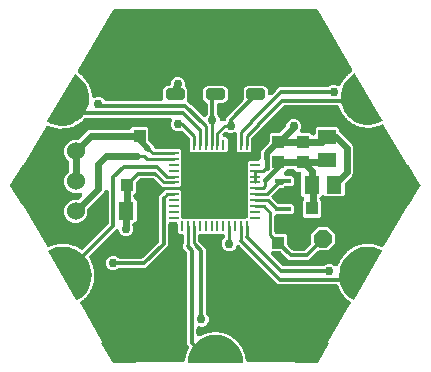
<source format=gbr>
G04 EAGLE Gerber RS-274X export*
G75*
%MOMM*%
%FSLAX34Y34*%
%LPD*%
%INBottom Copper*%
%IPPOS*%
%AMOC8*
5,1,8,0,0,1.08239X$1,22.5*%
G01*
%ADD10R,1.000000X1.100000*%
%ADD11R,1.399997X0.400000*%
%ADD12R,0.812800X0.254000*%
%ADD13R,0.254000X0.812800*%
%ADD14R,5.384800X5.384800*%
%ADD15P,1.649562X8X22.500000*%
%ADD16R,1.100000X1.000000*%
%ADD17R,1.300000X1.500000*%
%ADD18R,1.500000X1.300000*%
%ADD19C,1.524000*%
%ADD20C,1.000000*%
%ADD21C,0.499997*%
%ADD22C,0.304800*%
%ADD23C,0.609600*%
%ADD24C,0.254000*%
%ADD25C,0.406400*%
%ADD26C,0.756400*%
%ADD27C,0.508000*%

G36*
X436011Y278388D02*
X436011Y278388D01*
X436037Y278386D01*
X436211Y278408D01*
X436385Y278425D01*
X436410Y278433D01*
X436437Y278436D01*
X436602Y278492D01*
X436769Y278543D01*
X436793Y278556D01*
X436818Y278564D01*
X436970Y278652D01*
X437124Y278735D01*
X437144Y278752D01*
X437167Y278765D01*
X437420Y278980D01*
X438238Y279798D01*
X440468Y280721D01*
X442883Y280721D01*
X445113Y279798D01*
X445884Y279027D01*
X446027Y278910D01*
X446166Y278791D01*
X446182Y278783D01*
X446195Y278772D01*
X446358Y278686D01*
X446519Y278597D01*
X446536Y278591D01*
X446551Y278583D01*
X446727Y278531D01*
X446903Y278475D01*
X446920Y278473D01*
X446937Y278468D01*
X447120Y278452D01*
X447303Y278432D01*
X447320Y278433D01*
X447338Y278432D01*
X447521Y278452D01*
X447704Y278468D01*
X447721Y278473D01*
X447738Y278475D01*
X447913Y278531D01*
X448090Y278583D01*
X448105Y278591D01*
X448122Y278597D01*
X448283Y278686D01*
X448445Y278772D01*
X448459Y278783D01*
X448475Y278792D01*
X448615Y278911D01*
X448757Y279027D01*
X448768Y279041D01*
X448782Y279052D01*
X448896Y279196D01*
X449012Y279338D01*
X449020Y279354D01*
X449031Y279368D01*
X449053Y279411D01*
X449125Y279467D01*
X449175Y279525D01*
X449232Y279576D01*
X449306Y279677D01*
X449388Y279772D01*
X449426Y279838D01*
X449471Y279900D01*
X449543Y280046D01*
X449586Y280122D01*
X449597Y280156D01*
X449618Y280198D01*
X449760Y280559D01*
X449780Y280633D01*
X449810Y280703D01*
X449835Y280826D01*
X449869Y280947D01*
X449875Y281023D01*
X449890Y281098D01*
X449890Y281223D01*
X449899Y281335D01*
X450339Y282098D01*
X450367Y282160D01*
X450471Y282371D01*
X450796Y283197D01*
X450839Y283226D01*
X450928Y283314D01*
X451023Y283396D01*
X451070Y283456D01*
X451124Y283510D01*
X451217Y283644D01*
X451271Y283713D01*
X451287Y283745D01*
X451313Y283783D01*
X451507Y284120D01*
X451539Y284189D01*
X451579Y284254D01*
X451622Y284372D01*
X451673Y284486D01*
X451690Y284561D01*
X451717Y284633D01*
X451735Y284757D01*
X451760Y284865D01*
X452310Y285554D01*
X452346Y285610D01*
X452481Y285805D01*
X452925Y286573D01*
X452972Y286595D01*
X453073Y286670D01*
X453179Y286736D01*
X453235Y286789D01*
X453296Y286834D01*
X453408Y286953D01*
X453472Y287013D01*
X453492Y287042D01*
X453524Y287076D01*
X453766Y287379D01*
X453808Y287444D01*
X453857Y287502D01*
X453917Y287612D01*
X453985Y287718D01*
X454013Y287789D01*
X454050Y287856D01*
X454087Y287975D01*
X454128Y288079D01*
X454774Y288678D01*
X454818Y288729D01*
X454980Y288901D01*
X455534Y289595D01*
X455584Y289609D01*
X455694Y289668D01*
X455810Y289718D01*
X455872Y289761D01*
X455940Y289797D01*
X456068Y289898D01*
X456140Y289948D01*
X456165Y289974D01*
X456201Y290002D01*
X456486Y290266D01*
X456536Y290324D01*
X456594Y290374D01*
X456670Y290474D01*
X456752Y290568D01*
X456791Y290634D01*
X456837Y290695D01*
X456892Y290808D01*
X456947Y290905D01*
X457676Y291401D01*
X457728Y291444D01*
X457913Y291590D01*
X458564Y292193D01*
X458615Y292200D01*
X458734Y292242D01*
X458855Y292274D01*
X458923Y292308D01*
X458996Y292333D01*
X459138Y292414D01*
X459216Y292452D01*
X459244Y292474D01*
X459284Y292497D01*
X459605Y292716D01*
X459664Y292765D01*
X459728Y292806D01*
X459818Y292894D01*
X459914Y292974D01*
X459961Y293034D01*
X460016Y293087D01*
X460087Y293191D01*
X460157Y293278D01*
X460951Y293660D01*
X461008Y293695D01*
X461214Y293812D01*
X461947Y294311D01*
X461999Y294311D01*
X462123Y294334D01*
X462247Y294348D01*
X462320Y294371D01*
X462395Y294385D01*
X462547Y294444D01*
X462631Y294470D01*
X462662Y294488D01*
X462705Y294504D01*
X463055Y294673D01*
X463120Y294713D01*
X463190Y294744D01*
X463292Y294817D01*
X463399Y294882D01*
X463455Y294934D01*
X463517Y294979D01*
X463602Y295071D01*
X463684Y295146D01*
X464526Y295406D01*
X464588Y295432D01*
X464809Y295517D01*
X465608Y295902D01*
X465660Y295893D01*
X465785Y295898D01*
X465910Y295893D01*
X465986Y295905D01*
X466062Y295908D01*
X466222Y295943D01*
X466308Y295957D01*
X466341Y295969D01*
X466386Y295979D01*
X466758Y296094D01*
X466828Y296123D01*
X466902Y296144D01*
X467013Y296201D01*
X467129Y296250D01*
X467192Y296293D01*
X467260Y296328D01*
X467358Y296406D01*
X467450Y296468D01*
X468322Y296600D01*
X468386Y296616D01*
X468618Y296667D01*
X469466Y296928D01*
X469516Y296912D01*
X469640Y296898D01*
X469763Y296875D01*
X469840Y296875D01*
X469916Y296867D01*
X470078Y296878D01*
X470166Y296879D01*
X470201Y296886D01*
X470247Y296889D01*
X470631Y296947D01*
X470705Y296966D01*
X470781Y296975D01*
X470900Y297015D01*
X471021Y297046D01*
X471090Y297079D01*
X471163Y297104D01*
X471271Y297166D01*
X471372Y297214D01*
X472253Y297214D01*
X472320Y297221D01*
X472556Y297237D01*
X473433Y297369D01*
X473480Y297346D01*
X473601Y297313D01*
X473719Y297271D01*
X473795Y297261D01*
X473869Y297241D01*
X474031Y297227D01*
X474118Y297215D01*
X474154Y297217D01*
X474199Y297214D01*
X474588Y297214D01*
X474664Y297221D01*
X474741Y297219D01*
X474864Y297241D01*
X474989Y297253D01*
X475062Y297276D01*
X475137Y297289D01*
X475254Y297335D01*
X475360Y297367D01*
X476232Y297236D01*
X476300Y297232D01*
X476535Y297213D01*
X477422Y297213D01*
X477465Y297183D01*
X477579Y297133D01*
X477690Y297074D01*
X477763Y297052D01*
X477834Y297021D01*
X477992Y296984D01*
X478076Y296959D01*
X478112Y296956D01*
X478156Y296945D01*
X478541Y296887D01*
X478617Y296883D01*
X478692Y296870D01*
X478818Y296873D01*
X478943Y296867D01*
X479018Y296878D01*
X479095Y296880D01*
X479217Y296908D01*
X479327Y296924D01*
X480169Y296664D01*
X480236Y296651D01*
X480465Y296597D01*
X481343Y296464D01*
X481381Y296428D01*
X481486Y296362D01*
X481587Y296287D01*
X481657Y296254D01*
X481721Y296214D01*
X481872Y296153D01*
X481952Y296116D01*
X481987Y296107D01*
X482029Y296090D01*
X482401Y295976D01*
X482475Y295960D01*
X482548Y295936D01*
X482673Y295920D01*
X482795Y295895D01*
X482872Y295895D01*
X482948Y295886D01*
X483073Y295895D01*
X483184Y295895D01*
X483978Y295512D01*
X484040Y295489D01*
X484260Y295401D01*
X485798Y294927D01*
X485987Y294888D01*
X486176Y294848D01*
X486184Y294848D01*
X486192Y294847D01*
X486384Y294846D01*
X486579Y294844D01*
X486587Y294846D01*
X486595Y294846D01*
X486783Y294884D01*
X486974Y294920D01*
X486982Y294923D01*
X486990Y294925D01*
X487170Y295000D01*
X487347Y295072D01*
X487354Y295077D01*
X487361Y295080D01*
X487522Y295188D01*
X487682Y295295D01*
X487688Y295301D01*
X487695Y295305D01*
X487830Y295442D01*
X487967Y295579D01*
X487972Y295587D01*
X487978Y295592D01*
X488005Y295634D01*
X488156Y295852D01*
X508089Y330378D01*
X508698Y329958D01*
X508724Y329947D01*
X508747Y329928D01*
X508815Y329908D01*
X508881Y329880D01*
X508909Y329880D01*
X508937Y329871D01*
X509008Y329879D01*
X509079Y329879D01*
X509106Y329890D01*
X509135Y329894D01*
X509197Y329929D01*
X509263Y329956D01*
X509283Y329977D01*
X509308Y329991D01*
X509372Y330068D01*
X509401Y330099D01*
X509405Y330109D01*
X509414Y330120D01*
X518914Y346620D01*
X518924Y346651D01*
X518933Y346664D01*
X518937Y346689D01*
X518938Y346692D01*
X518969Y346763D01*
X518970Y346786D01*
X518977Y346808D01*
X518971Y346885D01*
X518972Y346962D01*
X518963Y346986D01*
X518961Y347007D01*
X518941Y347046D01*
X518914Y347118D01*
X509414Y363618D01*
X509395Y363640D01*
X509383Y363666D01*
X509330Y363714D01*
X509282Y363767D01*
X509256Y363780D01*
X509235Y363799D01*
X509167Y363822D01*
X509103Y363853D01*
X509074Y363854D01*
X509047Y363864D01*
X508976Y363859D01*
X508904Y363862D01*
X508877Y363852D01*
X508848Y363850D01*
X508758Y363808D01*
X508718Y363793D01*
X508710Y363785D01*
X508698Y363780D01*
X508089Y363360D01*
X488393Y397475D01*
X488310Y397590D01*
X488234Y397711D01*
X488193Y397754D01*
X488158Y397802D01*
X488054Y397899D01*
X487956Y398002D01*
X487907Y398036D01*
X487863Y398076D01*
X487742Y398151D01*
X487626Y398232D01*
X487571Y398256D01*
X487520Y398287D01*
X487387Y398336D01*
X487257Y398393D01*
X487198Y398406D01*
X487142Y398426D01*
X487002Y398448D01*
X486863Y398478D01*
X486803Y398479D01*
X486745Y398488D01*
X486602Y398481D01*
X486460Y398483D01*
X486402Y398472D01*
X486342Y398470D01*
X486204Y398436D01*
X486065Y398409D01*
X486001Y398385D01*
X485952Y398373D01*
X485877Y398338D01*
X485755Y398291D01*
X485674Y398252D01*
X485615Y398216D01*
X485552Y398188D01*
X485443Y398112D01*
X485330Y398042D01*
X485279Y397996D01*
X485223Y397956D01*
X485132Y397860D01*
X485034Y397769D01*
X484218Y397525D01*
X484178Y397509D01*
X483921Y397410D01*
X483144Y397037D01*
X483082Y397048D01*
X482949Y397044D01*
X482816Y397050D01*
X482748Y397039D01*
X482679Y397037D01*
X482505Y397000D01*
X482419Y396986D01*
X482391Y396976D01*
X482355Y396968D01*
X481907Y396834D01*
X481844Y396808D01*
X481777Y396790D01*
X481658Y396732D01*
X481535Y396681D01*
X481478Y396643D01*
X481416Y396612D01*
X481311Y396532D01*
X481200Y396458D01*
X480356Y396344D01*
X480314Y396334D01*
X480044Y396277D01*
X479219Y396030D01*
X479159Y396051D01*
X479027Y396068D01*
X478897Y396094D01*
X478828Y396094D01*
X478760Y396103D01*
X478581Y396093D01*
X478494Y396093D01*
X478466Y396087D01*
X478428Y396085D01*
X477965Y396023D01*
X477898Y396007D01*
X477830Y396000D01*
X477703Y395961D01*
X477574Y395930D01*
X477511Y395902D01*
X477445Y395881D01*
X477329Y395818D01*
X477208Y395762D01*
X476356Y395782D01*
X476314Y395779D01*
X476038Y395765D01*
X475184Y395650D01*
X475128Y395679D01*
X475001Y395717D01*
X474876Y395763D01*
X474808Y395774D01*
X474742Y395793D01*
X474564Y395812D01*
X474479Y395825D01*
X474449Y395824D01*
X474412Y395828D01*
X473945Y395839D01*
X473877Y395834D01*
X473808Y395838D01*
X473676Y395819D01*
X473544Y395809D01*
X473477Y395790D01*
X473409Y395780D01*
X473284Y395736D01*
X473156Y395700D01*
X473156Y395699D01*
X472318Y395852D01*
X472275Y395856D01*
X472001Y395885D01*
X471140Y395905D01*
X471089Y395943D01*
X470969Y396000D01*
X470854Y396065D01*
X470788Y396086D01*
X470726Y396116D01*
X470553Y396162D01*
X470470Y396189D01*
X470441Y396192D01*
X470405Y396202D01*
X469946Y396286D01*
X469877Y396291D01*
X469810Y396306D01*
X469677Y396308D01*
X469544Y396319D01*
X469476Y396310D01*
X469407Y396311D01*
X469277Y396287D01*
X469145Y396271D01*
X469144Y396271D01*
X468341Y396554D01*
X468299Y396564D01*
X468033Y396635D01*
X467185Y396790D01*
X467141Y396835D01*
X467032Y396910D01*
X466928Y396993D01*
X466866Y397024D01*
X466809Y397063D01*
X466646Y397136D01*
X466569Y397175D01*
X466540Y397183D01*
X466506Y397198D01*
X466065Y397353D01*
X465998Y397369D01*
X465934Y397394D01*
X465803Y397417D01*
X465674Y397448D01*
X465605Y397451D01*
X465537Y397462D01*
X465404Y397459D01*
X465272Y397464D01*
X465271Y397464D01*
X464522Y397868D01*
X464483Y397885D01*
X464231Y397997D01*
X463418Y398283D01*
X463381Y398334D01*
X463285Y398426D01*
X463195Y398523D01*
X463139Y398564D01*
X463089Y398611D01*
X462939Y398708D01*
X462869Y398759D01*
X462842Y398772D01*
X462811Y398792D01*
X462400Y399014D01*
X462336Y399040D01*
X462276Y399075D01*
X462151Y399118D01*
X462028Y399169D01*
X461960Y399182D01*
X461895Y399205D01*
X461764Y399222D01*
X461633Y399248D01*
X460956Y399764D01*
X460920Y399787D01*
X460688Y399937D01*
X459930Y400346D01*
X459902Y400403D01*
X459821Y400508D01*
X459748Y400619D01*
X459699Y400667D01*
X459657Y400722D01*
X459524Y400842D01*
X459462Y400903D01*
X459438Y400919D01*
X459410Y400944D01*
X459039Y401228D01*
X458980Y401264D01*
X458927Y401307D01*
X458810Y401369D01*
X458696Y401439D01*
X458631Y401463D01*
X458571Y401495D01*
X458443Y401532D01*
X458318Y401579D01*
X457730Y402195D01*
X457707Y402215D01*
X457701Y402222D01*
X457685Y402235D01*
X457493Y402407D01*
X456808Y402930D01*
X456790Y402990D01*
X456726Y403107D01*
X456670Y403228D01*
X456630Y403283D01*
X456597Y403344D01*
X456484Y403483D01*
X456433Y403553D01*
X456412Y403573D01*
X456388Y403602D01*
X456066Y403940D01*
X456014Y403985D01*
X455968Y404036D01*
X455861Y404116D01*
X455760Y404202D01*
X455700Y404236D01*
X455645Y404277D01*
X455525Y404334D01*
X455409Y404399D01*
X454925Y405100D01*
X454897Y405133D01*
X454724Y405347D01*
X454129Y405971D01*
X454120Y406033D01*
X454075Y406158D01*
X454040Y406286D01*
X454008Y406347D01*
X453985Y406412D01*
X453896Y406567D01*
X453856Y406644D01*
X453838Y406668D01*
X453819Y406700D01*
X453554Y407084D01*
X453509Y407137D01*
X453472Y407195D01*
X453379Y407290D01*
X453293Y407391D01*
X453239Y407434D01*
X453191Y407483D01*
X453081Y407558D01*
X452977Y407641D01*
X452608Y408408D01*
X452586Y408445D01*
X452448Y408684D01*
X451958Y409393D01*
X451959Y409456D01*
X451935Y409586D01*
X451919Y409718D01*
X451898Y409784D01*
X451885Y409852D01*
X451821Y410019D01*
X451794Y410101D01*
X451780Y410126D01*
X451767Y410161D01*
X451564Y410582D01*
X451528Y410641D01*
X451501Y410704D01*
X451424Y410813D01*
X451355Y410926D01*
X451308Y410977D01*
X451268Y411033D01*
X451172Y411124D01*
X451082Y411222D01*
X450838Y412038D01*
X450821Y412078D01*
X450723Y412336D01*
X450209Y413406D01*
X450121Y413549D01*
X450039Y413696D01*
X450017Y413721D01*
X449999Y413750D01*
X449885Y413873D01*
X449776Y414000D01*
X449749Y414021D01*
X449726Y414046D01*
X449590Y414144D01*
X449458Y414247D01*
X449427Y414262D01*
X449400Y414282D01*
X449247Y414352D01*
X449097Y414426D01*
X449065Y414435D01*
X449034Y414449D01*
X448870Y414487D01*
X448708Y414531D01*
X448671Y414534D01*
X448642Y414541D01*
X448555Y414543D01*
X448378Y414558D01*
X404025Y414558D01*
X403998Y414555D01*
X403971Y414557D01*
X403797Y414535D01*
X403624Y414518D01*
X403598Y414510D01*
X403572Y414507D01*
X403406Y414451D01*
X403239Y414400D01*
X403215Y414387D01*
X403190Y414379D01*
X403038Y414291D01*
X402885Y414208D01*
X402865Y414191D01*
X402841Y414178D01*
X402588Y413963D01*
X383757Y395131D01*
X383712Y395117D01*
X383545Y395065D01*
X383522Y395052D01*
X383496Y395044D01*
X383345Y394957D01*
X383191Y394873D01*
X383171Y394856D01*
X383147Y394843D01*
X382894Y394628D01*
X376146Y387880D01*
X376129Y387859D01*
X376109Y387842D01*
X376002Y387704D01*
X375891Y387569D01*
X375879Y387545D01*
X375862Y387524D01*
X375784Y387367D01*
X375702Y387213D01*
X375695Y387187D01*
X375683Y387163D01*
X375637Y386994D01*
X375588Y386827D01*
X375585Y386800D01*
X375578Y386775D01*
X375551Y386444D01*
X375551Y376402D01*
X374212Y375062D01*
X364776Y375062D01*
X363437Y376402D01*
X363437Y390011D01*
X363435Y390025D01*
X363437Y390038D01*
X363416Y390223D01*
X363397Y390412D01*
X363393Y390425D01*
X363391Y390438D01*
X363334Y390616D01*
X363279Y390797D01*
X363272Y390809D01*
X363268Y390821D01*
X363177Y390986D01*
X363087Y391151D01*
X363078Y391161D01*
X363072Y391173D01*
X362949Y391317D01*
X362829Y391460D01*
X362819Y391468D01*
X362810Y391479D01*
X362661Y391595D01*
X362515Y391712D01*
X362504Y391719D01*
X362493Y391727D01*
X362324Y391812D01*
X362158Y391898D01*
X362145Y391902D01*
X362133Y391908D01*
X361951Y391957D01*
X361771Y392009D01*
X361758Y392010D01*
X361745Y392014D01*
X361558Y392027D01*
X361370Y392042D01*
X361357Y392041D01*
X361343Y392042D01*
X361157Y392017D01*
X360970Y391995D01*
X360957Y391991D01*
X360944Y391989D01*
X360628Y391888D01*
X359407Y391382D01*
X356992Y391382D01*
X354689Y392336D01*
X354668Y392342D01*
X354648Y392352D01*
X354475Y392401D01*
X354304Y392452D01*
X354282Y392454D01*
X354260Y392460D01*
X354080Y392474D01*
X353903Y392490D01*
X353881Y392488D01*
X353859Y392490D01*
X353680Y392467D01*
X353503Y392449D01*
X353481Y392442D01*
X353459Y392439D01*
X353289Y392382D01*
X353118Y392329D01*
X353099Y392318D01*
X353077Y392311D01*
X352922Y392221D01*
X352765Y392136D01*
X352748Y392121D01*
X352729Y392110D01*
X352476Y391896D01*
X351811Y391231D01*
X351805Y391224D01*
X351799Y391218D01*
X351677Y391068D01*
X351556Y390920D01*
X351552Y390912D01*
X351546Y390905D01*
X351457Y390733D01*
X351367Y390564D01*
X351365Y390555D01*
X351361Y390547D01*
X351307Y390362D01*
X351253Y390178D01*
X351252Y390169D01*
X351249Y390160D01*
X351234Y389969D01*
X351216Y389777D01*
X351217Y389768D01*
X351216Y389759D01*
X351239Y389570D01*
X351260Y389377D01*
X351262Y389368D01*
X351263Y389359D01*
X351323Y389177D01*
X351381Y388993D01*
X351385Y388985D01*
X351388Y388977D01*
X351483Y388808D01*
X351576Y388641D01*
X351582Y388634D01*
X351586Y388626D01*
X351712Y388480D01*
X351836Y388334D01*
X351843Y388328D01*
X351849Y388321D01*
X352001Y388204D01*
X352152Y388084D01*
X352160Y388080D01*
X352167Y388074D01*
X352339Y387989D01*
X352511Y387902D01*
X352520Y387899D01*
X352528Y387895D01*
X352714Y387845D01*
X352899Y387794D01*
X352908Y387793D01*
X352917Y387791D01*
X353247Y387763D01*
X354207Y387763D01*
X355546Y386424D01*
X355546Y376402D01*
X354207Y375062D01*
X324766Y375062D01*
X323427Y376402D01*
X323427Y386246D01*
X323424Y386273D01*
X323426Y386300D01*
X323404Y386474D01*
X323387Y386647D01*
X323379Y386672D01*
X323376Y386699D01*
X323320Y386865D01*
X323269Y387032D01*
X323256Y387055D01*
X323247Y387081D01*
X323160Y387232D01*
X323077Y387386D01*
X323060Y387406D01*
X323047Y387430D01*
X322832Y387683D01*
X317974Y392541D01*
X317957Y392555D01*
X317942Y392572D01*
X317801Y392682D01*
X317662Y392796D01*
X317643Y392806D01*
X317625Y392820D01*
X317464Y392901D01*
X317307Y392984D01*
X317285Y392991D01*
X317265Y393001D01*
X317092Y393048D01*
X316921Y393099D01*
X316898Y393101D01*
X316877Y393107D01*
X316699Y393119D01*
X316520Y393136D01*
X316497Y393133D01*
X316475Y393135D01*
X316298Y393112D01*
X316119Y393092D01*
X316098Y393085D01*
X316076Y393083D01*
X315760Y392981D01*
X314888Y392620D01*
X312474Y392620D01*
X310243Y393544D01*
X308536Y395251D01*
X307612Y397481D01*
X307612Y399896D01*
X308222Y401368D01*
X308226Y401381D01*
X308232Y401393D01*
X308284Y401573D01*
X308339Y401754D01*
X308340Y401767D01*
X308344Y401780D01*
X308359Y401968D01*
X308377Y402154D01*
X308375Y402168D01*
X308377Y402181D01*
X308355Y402368D01*
X308335Y402555D01*
X308331Y402568D01*
X308330Y402581D01*
X308272Y402758D01*
X308215Y402939D01*
X308209Y402951D01*
X308205Y402964D01*
X308113Y403127D01*
X308022Y403292D01*
X308013Y403303D01*
X308007Y403314D01*
X307884Y403457D01*
X307763Y403601D01*
X307752Y403609D01*
X307744Y403619D01*
X307596Y403734D01*
X307448Y403852D01*
X307436Y403858D01*
X307426Y403866D01*
X307258Y403949D01*
X307090Y404035D01*
X307077Y404039D01*
X307065Y404045D01*
X306883Y404094D01*
X306703Y404145D01*
X306689Y404146D01*
X306676Y404150D01*
X306346Y404177D01*
X235820Y404177D01*
X235811Y404176D01*
X235803Y404177D01*
X235609Y404156D01*
X235419Y404137D01*
X235411Y404134D01*
X235402Y404133D01*
X235219Y404075D01*
X235034Y404019D01*
X235027Y404015D01*
X235019Y404012D01*
X234851Y403920D01*
X234680Y403827D01*
X234674Y403821D01*
X234666Y403817D01*
X234519Y403693D01*
X234458Y403642D01*
X234421Y403631D01*
X234360Y403599D01*
X234295Y403576D01*
X234181Y403507D01*
X234063Y403446D01*
X234010Y403403D01*
X233951Y403367D01*
X233817Y403248D01*
X233750Y403194D01*
X233731Y403171D01*
X233703Y403146D01*
X233380Y402808D01*
X233338Y402754D01*
X233289Y402706D01*
X233215Y402596D01*
X233133Y402491D01*
X233102Y402429D01*
X233063Y402372D01*
X233012Y402250D01*
X232953Y402131D01*
X232953Y402130D01*
X232276Y401614D01*
X232245Y401585D01*
X232038Y401401D01*
X231444Y400778D01*
X231382Y400766D01*
X231259Y400715D01*
X231133Y400673D01*
X231073Y400639D01*
X231009Y400613D01*
X230858Y400516D01*
X230783Y400473D01*
X230761Y400454D01*
X230730Y400434D01*
X230359Y400150D01*
X230308Y400103D01*
X230252Y400063D01*
X230161Y399966D01*
X230064Y399876D01*
X230024Y399820D01*
X229977Y399769D01*
X229907Y399656D01*
X229830Y399548D01*
X229081Y399144D01*
X229046Y399120D01*
X228813Y398971D01*
X228128Y398448D01*
X228065Y398446D01*
X227936Y398415D01*
X227804Y398393D01*
X227740Y398369D01*
X227673Y398353D01*
X227509Y398281D01*
X227428Y398251D01*
X227403Y398235D01*
X227369Y398220D01*
X226958Y397998D01*
X226901Y397960D01*
X226839Y397929D01*
X226734Y397847D01*
X226624Y397773D01*
X226576Y397724D01*
X226522Y397681D01*
X226435Y397581D01*
X226342Y397486D01*
X225538Y397203D01*
X225500Y397185D01*
X225247Y397075D01*
X224489Y396665D01*
X224426Y396673D01*
X224293Y396663D01*
X224161Y396662D01*
X224093Y396648D01*
X224025Y396643D01*
X223851Y396598D01*
X223766Y396580D01*
X223739Y396568D01*
X223704Y396559D01*
X223263Y396404D01*
X223200Y396375D01*
X223134Y396354D01*
X223018Y396290D01*
X222898Y396234D01*
X222842Y396193D01*
X222782Y396160D01*
X222681Y396074D01*
X222574Y395995D01*
X221736Y395842D01*
X221695Y395830D01*
X221428Y395760D01*
X220615Y395474D01*
X220555Y395492D01*
X220422Y395503D01*
X220291Y395523D01*
X220222Y395519D01*
X220153Y395525D01*
X219975Y395507D01*
X219889Y395503D01*
X219860Y395496D01*
X219823Y395492D01*
X219364Y395408D01*
X219297Y395389D01*
X219229Y395379D01*
X219104Y395334D01*
X218977Y395297D01*
X218915Y395265D01*
X218851Y395242D01*
X218737Y395173D01*
X218619Y395111D01*
X217768Y395091D01*
X217725Y395086D01*
X217451Y395059D01*
X216603Y394904D01*
X216546Y394931D01*
X216417Y394962D01*
X216290Y395002D01*
X216222Y395010D01*
X216155Y395026D01*
X215976Y395036D01*
X215890Y395046D01*
X215861Y395043D01*
X215823Y395045D01*
X215356Y395034D01*
X215288Y395026D01*
X215219Y395026D01*
X215089Y395001D01*
X214957Y394985D01*
X214891Y394963D01*
X214824Y394950D01*
X214701Y394900D01*
X214575Y394858D01*
X214575Y394857D01*
X213731Y394971D01*
X213688Y394972D01*
X213412Y394988D01*
X212551Y394968D01*
X212499Y395003D01*
X212376Y395055D01*
X212258Y395114D01*
X212191Y395132D01*
X212127Y395159D01*
X211953Y395197D01*
X211869Y395220D01*
X211840Y395222D01*
X211803Y395230D01*
X211340Y395292D01*
X211272Y395294D01*
X211203Y395305D01*
X211070Y395301D01*
X210938Y395305D01*
X210870Y395294D01*
X210801Y395292D01*
X210671Y395261D01*
X210541Y395240D01*
X210540Y395239D01*
X209725Y395483D01*
X209682Y395492D01*
X209413Y395550D01*
X208559Y395665D01*
X208513Y395708D01*
X208400Y395778D01*
X208292Y395855D01*
X208229Y395883D01*
X208171Y395920D01*
X208004Y395985D01*
X207925Y396020D01*
X207896Y396027D01*
X207861Y396040D01*
X207414Y396174D01*
X207346Y396187D01*
X207281Y396209D01*
X207149Y396226D01*
X207019Y396251D01*
X206950Y396250D01*
X206881Y396259D01*
X206749Y396249D01*
X206616Y396248D01*
X205848Y396616D01*
X205808Y396631D01*
X205551Y396731D01*
X204562Y397027D01*
X204457Y397096D01*
X204313Y397196D01*
X204289Y397206D01*
X204267Y397220D01*
X204104Y397286D01*
X203943Y397355D01*
X203917Y397360D01*
X203893Y397370D01*
X203720Y397402D01*
X203549Y397438D01*
X203523Y397439D01*
X203497Y397443D01*
X203321Y397441D01*
X203146Y397442D01*
X203121Y397437D01*
X203094Y397437D01*
X202923Y397400D01*
X202751Y397367D01*
X202727Y397357D01*
X202701Y397351D01*
X202540Y397281D01*
X202378Y397215D01*
X202356Y397200D01*
X202332Y397190D01*
X202189Y397089D01*
X202043Y396992D01*
X202024Y396973D01*
X202003Y396958D01*
X201882Y396831D01*
X201758Y396708D01*
X201741Y396684D01*
X201725Y396667D01*
X201680Y396596D01*
X201569Y396435D01*
X182473Y363360D01*
X181865Y363780D01*
X181838Y363791D01*
X181816Y363809D01*
X181748Y363830D01*
X181682Y363858D01*
X181653Y363858D01*
X181625Y363866D01*
X181554Y363858D01*
X181483Y363858D01*
X181457Y363847D01*
X181428Y363844D01*
X181365Y363809D01*
X181300Y363781D01*
X181280Y363760D01*
X181254Y363746D01*
X181191Y363669D01*
X181161Y363639D01*
X181157Y363628D01*
X181149Y363618D01*
X171649Y347118D01*
X171624Y347045D01*
X171593Y346974D01*
X171593Y346951D01*
X171586Y346929D01*
X171592Y346853D01*
X171591Y346776D01*
X171600Y346751D01*
X171601Y346731D01*
X171622Y346691D01*
X171641Y346639D01*
X171643Y346634D01*
X171644Y346632D01*
X171649Y346620D01*
X181149Y330120D01*
X181168Y330098D01*
X181180Y330072D01*
X181233Y330024D01*
X181280Y329971D01*
X181306Y329958D01*
X181328Y329939D01*
X181395Y329915D01*
X181459Y329885D01*
X181488Y329883D01*
X181516Y329874D01*
X181587Y329879D01*
X181658Y329875D01*
X181685Y329886D01*
X181714Y329888D01*
X181805Y329930D01*
X181845Y329945D01*
X181853Y329952D01*
X181865Y329958D01*
X182473Y330378D01*
X202406Y295852D01*
X202520Y295694D01*
X202630Y295537D01*
X202636Y295532D01*
X202641Y295525D01*
X202783Y295393D01*
X202923Y295261D01*
X202930Y295256D01*
X202936Y295251D01*
X203100Y295150D01*
X203264Y295047D01*
X203272Y295044D01*
X203279Y295040D01*
X203460Y294974D01*
X203641Y294905D01*
X203649Y294904D01*
X203657Y294901D01*
X203846Y294872D01*
X204038Y294840D01*
X204047Y294841D01*
X204055Y294839D01*
X204245Y294848D01*
X204441Y294855D01*
X204450Y294857D01*
X204457Y294857D01*
X204505Y294869D01*
X204765Y294927D01*
X206302Y295401D01*
X206364Y295428D01*
X206585Y295512D01*
X207384Y295898D01*
X207435Y295889D01*
X207561Y295894D01*
X207686Y295889D01*
X207761Y295901D01*
X207838Y295904D01*
X207997Y295939D01*
X208083Y295953D01*
X208117Y295966D01*
X208162Y295975D01*
X208533Y296090D01*
X208604Y296120D01*
X208678Y296141D01*
X208789Y296198D01*
X208904Y296246D01*
X208968Y296289D01*
X209036Y296324D01*
X209134Y296402D01*
X209226Y296465D01*
X210097Y296597D01*
X210162Y296613D01*
X210393Y296664D01*
X211241Y296926D01*
X211291Y296910D01*
X211415Y296896D01*
X211538Y296873D01*
X211615Y296873D01*
X211691Y296865D01*
X211854Y296876D01*
X211941Y296877D01*
X211976Y296884D01*
X212022Y296887D01*
X212406Y296945D01*
X212480Y296964D01*
X212556Y296974D01*
X212675Y297014D01*
X212796Y297045D01*
X212865Y297078D01*
X212938Y297102D01*
X213046Y297165D01*
X213147Y297213D01*
X214028Y297213D01*
X214095Y297220D01*
X214331Y297236D01*
X215208Y297368D01*
X215255Y297345D01*
X215376Y297313D01*
X215494Y297271D01*
X215570Y297260D01*
X215644Y297241D01*
X215806Y297227D01*
X215893Y297215D01*
X215929Y297217D01*
X215974Y297214D01*
X216363Y297214D01*
X216439Y297221D01*
X216516Y297219D01*
X216639Y297241D01*
X216764Y297254D01*
X216837Y297276D01*
X216912Y297289D01*
X217029Y297335D01*
X217135Y297368D01*
X218007Y297237D01*
X218074Y297233D01*
X218310Y297214D01*
X219197Y297214D01*
X219240Y297184D01*
X219355Y297134D01*
X219465Y297076D01*
X219539Y297054D01*
X219609Y297023D01*
X219767Y296986D01*
X219851Y296961D01*
X219887Y296958D01*
X219932Y296947D01*
X220316Y296889D01*
X220392Y296885D01*
X220468Y296872D01*
X220593Y296875D01*
X220718Y296869D01*
X220794Y296880D01*
X220870Y296882D01*
X220992Y296910D01*
X221103Y296927D01*
X221945Y296667D01*
X222011Y296654D01*
X222241Y296600D01*
X223118Y296468D01*
X223156Y296431D01*
X223262Y296365D01*
X223363Y296290D01*
X223432Y296258D01*
X223497Y296217D01*
X223648Y296156D01*
X223727Y296119D01*
X223762Y296111D01*
X223805Y296094D01*
X224176Y295979D01*
X224251Y295964D01*
X224324Y295940D01*
X224448Y295924D01*
X224571Y295899D01*
X224647Y295899D01*
X224723Y295890D01*
X224848Y295899D01*
X224960Y295899D01*
X225754Y295517D01*
X225817Y295494D01*
X226036Y295406D01*
X226884Y295145D01*
X226916Y295103D01*
X227011Y295022D01*
X227100Y294933D01*
X227163Y294891D01*
X227221Y294841D01*
X227362Y294758D01*
X227435Y294710D01*
X227468Y294696D01*
X227508Y294673D01*
X227858Y294504D01*
X227930Y294478D01*
X227998Y294443D01*
X228118Y294409D01*
X228236Y294366D01*
X228312Y294355D01*
X228385Y294334D01*
X228510Y294325D01*
X228621Y294308D01*
X229349Y293812D01*
X229408Y293779D01*
X229612Y293660D01*
X230411Y293275D01*
X230436Y293231D01*
X230518Y293135D01*
X230593Y293034D01*
X230649Y292983D01*
X230698Y292925D01*
X230826Y292822D01*
X230891Y292763D01*
X230921Y292745D01*
X230956Y292717D01*
X230982Y292699D01*
X231008Y292684D01*
X231032Y292666D01*
X231174Y292594D01*
X231236Y292556D01*
X231255Y292550D01*
X231335Y292506D01*
X231364Y292497D01*
X231391Y292483D01*
X231556Y292437D01*
X231720Y292386D01*
X231750Y292383D01*
X231779Y292375D01*
X231950Y292363D01*
X232120Y292345D01*
X232150Y292348D01*
X232180Y292346D01*
X232351Y292367D01*
X232521Y292384D01*
X232550Y292393D01*
X232580Y292396D01*
X232743Y292451D01*
X232906Y292501D01*
X232933Y292515D01*
X232962Y292525D01*
X233110Y292610D01*
X233261Y292691D01*
X233284Y292710D01*
X233310Y292725D01*
X233563Y292940D01*
X254357Y313734D01*
X254374Y313754D01*
X254394Y313772D01*
X254501Y313910D01*
X254612Y314045D01*
X254624Y314069D01*
X254641Y314090D01*
X254719Y314247D01*
X254801Y314401D01*
X254808Y314426D01*
X254820Y314450D01*
X254866Y314620D01*
X254915Y314787D01*
X254918Y314813D01*
X254925Y314839D01*
X254952Y315170D01*
X254952Y341208D01*
X254951Y341213D01*
X254952Y341217D01*
X254932Y341411D01*
X254912Y341609D01*
X254911Y341613D01*
X254910Y341618D01*
X254852Y341802D01*
X254794Y341994D01*
X254792Y341998D01*
X254790Y342002D01*
X254695Y342177D01*
X254602Y342348D01*
X254599Y342351D01*
X254597Y342355D01*
X254468Y342508D01*
X254344Y342657D01*
X254341Y342660D01*
X254338Y342663D01*
X254183Y342787D01*
X254030Y342909D01*
X254027Y342911D01*
X254023Y342914D01*
X253844Y343006D01*
X253673Y343095D01*
X253669Y343096D01*
X253665Y343098D01*
X253472Y343153D01*
X253286Y343206D01*
X253282Y343207D01*
X253277Y343208D01*
X253082Y343223D01*
X252885Y343239D01*
X252880Y343239D01*
X252876Y343239D01*
X252682Y343215D01*
X252485Y343192D01*
X252481Y343191D01*
X252476Y343190D01*
X252291Y343129D01*
X252102Y343067D01*
X252098Y343065D01*
X252094Y343064D01*
X251925Y342967D01*
X251752Y342870D01*
X251748Y342867D01*
X251744Y342864D01*
X251598Y342736D01*
X251447Y342606D01*
X251444Y342603D01*
X251441Y342600D01*
X251320Y342443D01*
X251200Y342288D01*
X251198Y342284D01*
X251195Y342281D01*
X251044Y341986D01*
X250585Y340878D01*
X248799Y339091D01*
X237442Y327735D01*
X237425Y327714D01*
X237405Y327696D01*
X237298Y327558D01*
X237187Y327423D01*
X237174Y327399D01*
X237158Y327378D01*
X237080Y327222D01*
X236998Y327067D01*
X236990Y327042D01*
X236979Y327018D01*
X236933Y326848D01*
X236883Y326681D01*
X236881Y326655D01*
X236874Y326629D01*
X236847Y326298D01*
X236847Y322807D01*
X235339Y319166D01*
X232552Y316379D01*
X228911Y314871D01*
X224969Y314871D01*
X221328Y316379D01*
X218542Y319166D01*
X217033Y322807D01*
X217033Y326748D01*
X218542Y330389D01*
X221328Y333176D01*
X224969Y334684D01*
X228461Y334684D01*
X228488Y334687D01*
X228514Y334685D01*
X228688Y334707D01*
X228862Y334724D01*
X228887Y334732D01*
X228914Y334735D01*
X229079Y334791D01*
X229247Y334842D01*
X229270Y334855D01*
X229295Y334863D01*
X229447Y334951D01*
X229601Y335034D01*
X229621Y335051D01*
X229644Y335064D01*
X229897Y335279D01*
X231895Y337277D01*
X231898Y337280D01*
X231902Y337283D01*
X232026Y337437D01*
X232150Y337589D01*
X232152Y337592D01*
X232155Y337596D01*
X232249Y337775D01*
X232339Y337944D01*
X232340Y337948D01*
X232342Y337952D01*
X232397Y338139D01*
X232454Y338330D01*
X232454Y338335D01*
X232455Y338339D01*
X232472Y338531D01*
X232490Y338731D01*
X232490Y338736D01*
X232490Y338740D01*
X232469Y338930D01*
X232447Y339131D01*
X232445Y339136D01*
X232445Y339140D01*
X232386Y339323D01*
X232325Y339515D01*
X232323Y339519D01*
X232322Y339523D01*
X232226Y339694D01*
X232130Y339868D01*
X232128Y339871D01*
X232125Y339875D01*
X231997Y340025D01*
X231870Y340175D01*
X231866Y340177D01*
X231864Y340181D01*
X231708Y340303D01*
X231554Y340424D01*
X231550Y340426D01*
X231547Y340429D01*
X231370Y340518D01*
X231195Y340607D01*
X231191Y340608D01*
X231187Y340610D01*
X230996Y340662D01*
X230807Y340715D01*
X230803Y340715D01*
X230799Y340716D01*
X230602Y340730D01*
X230406Y340744D01*
X230401Y340743D01*
X230397Y340744D01*
X230201Y340718D01*
X230006Y340693D01*
X230002Y340692D01*
X229998Y340691D01*
X229682Y340590D01*
X228911Y340271D01*
X224969Y340271D01*
X221328Y341779D01*
X218542Y344566D01*
X217033Y348207D01*
X217033Y352148D01*
X218542Y355789D01*
X221010Y358258D01*
X221027Y358279D01*
X221048Y358296D01*
X221155Y358434D01*
X221265Y358569D01*
X221278Y358593D01*
X221294Y358614D01*
X221372Y358771D01*
X221454Y358925D01*
X221462Y358951D01*
X221474Y358975D01*
X221519Y359144D01*
X221569Y359311D01*
X221571Y359338D01*
X221578Y359363D01*
X221605Y359694D01*
X221605Y366060D01*
X221603Y366087D01*
X221605Y366114D01*
X221583Y366288D01*
X221565Y366461D01*
X221558Y366487D01*
X221554Y366513D01*
X221499Y366679D01*
X221447Y366846D01*
X221435Y366870D01*
X221426Y366895D01*
X221339Y367047D01*
X221256Y367200D01*
X221239Y367220D01*
X221225Y367244D01*
X221010Y367497D01*
X218542Y369966D01*
X217033Y373607D01*
X217033Y377548D01*
X218542Y381189D01*
X221328Y383976D01*
X224969Y385484D01*
X228461Y385484D01*
X228488Y385487D01*
X228514Y385485D01*
X228688Y385507D01*
X228862Y385524D01*
X228887Y385532D01*
X228914Y385535D01*
X229079Y385591D01*
X229247Y385642D01*
X229270Y385655D01*
X229295Y385663D01*
X229447Y385751D01*
X229601Y385834D01*
X229621Y385851D01*
X229644Y385864D01*
X229897Y386079D01*
X234865Y391047D01*
X234866Y391047D01*
X236652Y392834D01*
X238613Y393646D01*
X271842Y393646D01*
X271869Y393648D01*
X271896Y393646D01*
X272070Y393668D01*
X272243Y393686D01*
X272269Y393693D01*
X272295Y393697D01*
X272461Y393752D01*
X272628Y393804D01*
X272652Y393816D01*
X272677Y393825D01*
X272829Y393912D01*
X272982Y393995D01*
X273002Y394013D01*
X273026Y394026D01*
X273279Y394241D01*
X275136Y396098D01*
X287030Y396098D01*
X288370Y394758D01*
X288370Y385794D01*
X288372Y385767D01*
X288370Y385740D01*
X288392Y385566D01*
X288410Y385393D01*
X288417Y385368D01*
X288421Y385341D01*
X288476Y385175D01*
X288528Y385008D01*
X288541Y384985D01*
X288549Y384959D01*
X288636Y384808D01*
X288720Y384654D01*
X288737Y384634D01*
X288750Y384610D01*
X288965Y384357D01*
X292636Y380686D01*
X293257Y379186D01*
X293268Y379167D01*
X293275Y379146D01*
X293363Y378989D01*
X293447Y378832D01*
X293462Y378814D01*
X293472Y378795D01*
X293589Y378660D01*
X293704Y378521D01*
X293721Y378507D01*
X293736Y378490D01*
X293877Y378381D01*
X294016Y378267D01*
X294036Y378257D01*
X294054Y378243D01*
X294215Y378163D01*
X294373Y378080D01*
X294394Y378074D01*
X294414Y378064D01*
X294588Y378017D01*
X294759Y377967D01*
X294781Y377965D01*
X294803Y377960D01*
X295134Y377932D01*
X314955Y377932D01*
X316294Y376593D01*
X316294Y347153D01*
X314946Y345805D01*
X314935Y345791D01*
X314921Y345779D01*
X314807Y345635D01*
X314691Y345493D01*
X314683Y345477D01*
X314672Y345463D01*
X314588Y345299D01*
X314503Y345137D01*
X314497Y345120D01*
X314489Y345104D01*
X314440Y344927D01*
X314388Y344751D01*
X314386Y344734D01*
X314381Y344716D01*
X314368Y344533D01*
X314351Y344350D01*
X314353Y344333D01*
X314352Y344315D01*
X314375Y344133D01*
X314395Y343950D01*
X314400Y343933D01*
X314402Y343915D01*
X314461Y343742D01*
X314516Y343566D01*
X314525Y343551D01*
X314531Y343534D01*
X314622Y343375D01*
X314711Y343214D01*
X314723Y343200D01*
X314732Y343185D01*
X314946Y342932D01*
X316294Y341584D01*
X316294Y320707D01*
X316296Y320689D01*
X316295Y320671D01*
X316316Y320489D01*
X316334Y320306D01*
X316339Y320289D01*
X316341Y320271D01*
X316398Y320097D01*
X316452Y319921D01*
X316461Y319906D01*
X316466Y319889D01*
X316557Y319728D01*
X316644Y319567D01*
X316655Y319554D01*
X316664Y319538D01*
X316784Y319399D01*
X316902Y319258D01*
X316916Y319247D01*
X316927Y319233D01*
X317072Y319121D01*
X317216Y319006D01*
X317231Y318997D01*
X317245Y318986D01*
X317410Y318904D01*
X317573Y318820D01*
X317590Y318815D01*
X317606Y318807D01*
X317784Y318759D01*
X317960Y318709D01*
X317978Y318707D01*
X317995Y318703D01*
X318325Y318675D01*
X370650Y318675D01*
X370667Y318677D01*
X370685Y318676D01*
X370867Y318697D01*
X371050Y318715D01*
X371067Y318721D01*
X371085Y318723D01*
X371259Y318780D01*
X371435Y318834D01*
X371451Y318842D01*
X371468Y318848D01*
X371628Y318938D01*
X371789Y319025D01*
X371803Y319037D01*
X371818Y319045D01*
X371958Y319166D01*
X372098Y319283D01*
X372110Y319297D01*
X372123Y319309D01*
X372236Y319454D01*
X372351Y319597D01*
X372359Y319613D01*
X372370Y319627D01*
X372452Y319792D01*
X372536Y319954D01*
X372541Y319971D01*
X372549Y319987D01*
X372597Y320165D01*
X372648Y320341D01*
X372649Y320359D01*
X372654Y320376D01*
X372681Y320707D01*
X372681Y366590D01*
X374020Y367929D01*
X381719Y367929D01*
X381737Y367931D01*
X381754Y367930D01*
X381937Y367951D01*
X382119Y367969D01*
X382137Y367975D01*
X382154Y367977D01*
X382329Y368034D01*
X382504Y368088D01*
X382520Y368096D01*
X382537Y368102D01*
X382697Y368192D01*
X382858Y368279D01*
X382872Y368291D01*
X382888Y368299D01*
X383027Y368420D01*
X383168Y368537D01*
X383179Y368551D01*
X383192Y368563D01*
X383305Y368708D01*
X383420Y368851D01*
X383428Y368867D01*
X383439Y368881D01*
X383521Y369046D01*
X383605Y369208D01*
X383610Y369225D01*
X383618Y369241D01*
X383666Y369419D01*
X383717Y369595D01*
X383718Y369613D01*
X383723Y369630D01*
X383750Y369961D01*
X383750Y374993D01*
X384485Y376767D01*
X390515Y382797D01*
X390532Y382817D01*
X390552Y382835D01*
X390659Y382973D01*
X390770Y383108D01*
X390782Y383132D01*
X390799Y383153D01*
X390877Y383310D01*
X390958Y383464D01*
X390966Y383489D01*
X390978Y383513D01*
X391023Y383683D01*
X391073Y383850D01*
X391075Y383876D01*
X391082Y383902D01*
X391109Y384233D01*
X391109Y389802D01*
X392449Y391142D01*
X398242Y391142D01*
X398268Y391144D01*
X398295Y391142D01*
X398469Y391164D01*
X398642Y391181D01*
X398668Y391189D01*
X398694Y391193D01*
X398860Y391248D01*
X399027Y391300D01*
X399051Y391312D01*
X399076Y391321D01*
X399227Y391408D01*
X399381Y391491D01*
X399402Y391508D01*
X399425Y391522D01*
X399678Y391736D01*
X404945Y397003D01*
X404965Y397028D01*
X404988Y397048D01*
X405092Y397183D01*
X405200Y397315D01*
X405215Y397343D01*
X405234Y397367D01*
X405385Y397662D01*
X406449Y400232D01*
X408157Y401939D01*
X410387Y402863D01*
X412801Y402863D01*
X415032Y401939D01*
X416739Y400232D01*
X417663Y398001D01*
X417663Y395587D01*
X416986Y393953D01*
X416982Y393940D01*
X416976Y393928D01*
X416924Y393748D01*
X416870Y393568D01*
X416868Y393554D01*
X416865Y393541D01*
X416849Y393354D01*
X416832Y393167D01*
X416833Y393153D01*
X416832Y393140D01*
X416854Y392954D01*
X416873Y392766D01*
X416877Y392753D01*
X416879Y392740D01*
X416937Y392562D01*
X416993Y392382D01*
X417000Y392370D01*
X417004Y392357D01*
X417096Y392194D01*
X417186Y392029D01*
X417195Y392018D01*
X417202Y392007D01*
X417324Y391865D01*
X417446Y391721D01*
X417456Y391712D01*
X417465Y391702D01*
X417613Y391587D01*
X417760Y391470D01*
X417772Y391463D01*
X417783Y391455D01*
X417951Y391372D01*
X418118Y391286D01*
X418131Y391282D01*
X418143Y391276D01*
X418326Y391227D01*
X418506Y391176D01*
X418519Y391175D01*
X418532Y391171D01*
X418863Y391144D01*
X425189Y391144D01*
X426706Y389628D01*
X426713Y389622D01*
X426718Y389615D01*
X426869Y389494D01*
X427017Y389372D01*
X427025Y389368D01*
X427032Y389363D01*
X427202Y389274D01*
X427373Y389184D01*
X427381Y389181D01*
X427389Y389177D01*
X427574Y389124D01*
X427759Y389069D01*
X427768Y389068D01*
X427776Y389066D01*
X427967Y389050D01*
X428160Y389033D01*
X428169Y389034D01*
X428177Y389033D01*
X428367Y389055D01*
X428560Y389076D01*
X428569Y389079D01*
X428577Y389080D01*
X428759Y389139D01*
X428944Y389198D01*
X428952Y389202D01*
X428960Y389205D01*
X429127Y389299D01*
X429296Y389392D01*
X429303Y389398D01*
X429311Y389403D01*
X429456Y389528D01*
X429603Y389653D01*
X429609Y389660D01*
X429615Y389666D01*
X429733Y389817D01*
X429853Y389969D01*
X429857Y389977D01*
X429862Y389984D01*
X429948Y390156D01*
X430035Y390328D01*
X430037Y390336D01*
X430041Y390344D01*
X430092Y390530D01*
X430143Y390716D01*
X430144Y390725D01*
X430146Y390733D01*
X430173Y391064D01*
X430173Y394978D01*
X431513Y396318D01*
X448407Y396318D01*
X449747Y394978D01*
X449747Y393784D01*
X449749Y393761D01*
X449747Y393738D01*
X449769Y393561D01*
X449787Y393384D01*
X449793Y393361D01*
X449796Y393338D01*
X449852Y393169D01*
X449905Y392999D01*
X449916Y392978D01*
X449923Y392956D01*
X450012Y392801D01*
X450096Y392645D01*
X450111Y392627D01*
X450123Y392607D01*
X450241Y392472D01*
X450354Y392335D01*
X450372Y392321D01*
X450387Y392303D01*
X450434Y392268D01*
X452434Y390267D01*
X459275Y383427D01*
X461061Y381641D01*
X461873Y379680D01*
X461873Y357050D01*
X461061Y355090D01*
X455174Y349202D01*
X455157Y349182D01*
X455136Y349164D01*
X455029Y349026D01*
X454919Y348891D01*
X454906Y348867D01*
X454890Y348846D01*
X454812Y348689D01*
X454730Y348535D01*
X454722Y348510D01*
X454710Y348486D01*
X454665Y348316D01*
X454615Y348149D01*
X454613Y348123D01*
X454606Y348097D01*
X454579Y347766D01*
X454579Y338918D01*
X453239Y337578D01*
X438345Y337578D01*
X437728Y338195D01*
X437715Y338206D01*
X437703Y338220D01*
X437559Y338334D01*
X437417Y338450D01*
X437401Y338458D01*
X437387Y338469D01*
X437223Y338553D01*
X437061Y338639D01*
X437044Y338644D01*
X437028Y338652D01*
X436851Y338701D01*
X436675Y338753D01*
X436657Y338755D01*
X436640Y338760D01*
X436457Y338773D01*
X436274Y338790D01*
X436256Y338788D01*
X436239Y338789D01*
X436057Y338766D01*
X435874Y338746D01*
X435857Y338741D01*
X435839Y338739D01*
X435666Y338680D01*
X435490Y338625D01*
X435474Y338616D01*
X435458Y338610D01*
X435299Y338519D01*
X435138Y338430D01*
X435124Y338418D01*
X435109Y338410D01*
X434856Y338195D01*
X433858Y337198D01*
X433847Y337184D01*
X433833Y337172D01*
X433719Y337028D01*
X433603Y336886D01*
X433595Y336870D01*
X433584Y336856D01*
X433500Y336692D01*
X433415Y336530D01*
X433410Y336513D01*
X433401Y336497D01*
X433352Y336320D01*
X433300Y336144D01*
X433298Y336127D01*
X433293Y336109D01*
X433280Y335926D01*
X433263Y335743D01*
X433265Y335726D01*
X433264Y335708D01*
X433287Y335527D01*
X433307Y335343D01*
X433312Y335326D01*
X433315Y335308D01*
X433373Y335136D01*
X433428Y334959D01*
X433437Y334944D01*
X433443Y334927D01*
X433534Y334768D01*
X433623Y334607D01*
X433635Y334593D01*
X433644Y334578D01*
X433858Y334325D01*
X434305Y333878D01*
X434305Y320984D01*
X432966Y319644D01*
X421071Y319644D01*
X419732Y320984D01*
X419732Y333878D01*
X419964Y334111D01*
X419970Y334118D01*
X419977Y334123D01*
X420097Y334272D01*
X420220Y334422D01*
X420224Y334430D01*
X420229Y334437D01*
X420317Y334606D01*
X420408Y334778D01*
X420411Y334787D01*
X420415Y334794D01*
X420468Y334978D01*
X420523Y335164D01*
X420524Y335173D01*
X420526Y335181D01*
X420542Y335370D01*
X420559Y335565D01*
X420558Y335574D01*
X420559Y335583D01*
X420537Y335772D01*
X420516Y335965D01*
X420513Y335974D01*
X420512Y335983D01*
X420453Y336166D01*
X420394Y336349D01*
X420390Y336357D01*
X420387Y336365D01*
X420292Y336534D01*
X420200Y336701D01*
X420194Y336708D01*
X420189Y336716D01*
X420063Y336863D01*
X419939Y337008D01*
X419932Y337014D01*
X419926Y337021D01*
X419820Y337103D01*
X418005Y338918D01*
X418005Y356540D01*
X418003Y356557D01*
X418005Y356575D01*
X417984Y356758D01*
X417965Y356940D01*
X417960Y356957D01*
X417958Y356975D01*
X417901Y357150D01*
X417847Y357325D01*
X417839Y357341D01*
X417833Y357358D01*
X417743Y357518D01*
X417655Y357679D01*
X417644Y357693D01*
X417635Y357708D01*
X417515Y357848D01*
X417398Y357988D01*
X417384Y358000D01*
X417372Y358013D01*
X417227Y358126D01*
X417084Y358241D01*
X417068Y358249D01*
X417054Y358260D01*
X416889Y358342D01*
X416727Y358426D01*
X416710Y358431D01*
X416694Y358439D01*
X416515Y358487D01*
X416340Y358538D01*
X416322Y358539D01*
X416305Y358544D01*
X415974Y358571D01*
X413294Y358571D01*
X411440Y360425D01*
X411420Y360442D01*
X411402Y360462D01*
X411264Y360569D01*
X411129Y360680D01*
X411105Y360693D01*
X411084Y360709D01*
X410927Y360787D01*
X410773Y360869D01*
X410747Y360876D01*
X410723Y360888D01*
X410554Y360934D01*
X410387Y360984D01*
X410360Y360986D01*
X410335Y360993D01*
X410004Y361020D01*
X407637Y361020D01*
X407610Y361017D01*
X407583Y361019D01*
X407410Y360997D01*
X407236Y360980D01*
X407211Y360972D01*
X407184Y360969D01*
X407018Y360913D01*
X406851Y360862D01*
X406828Y360849D01*
X406802Y360841D01*
X406651Y360753D01*
X406497Y360670D01*
X406477Y360653D01*
X406453Y360640D01*
X406200Y360425D01*
X404120Y358344D01*
X404114Y358338D01*
X404107Y358332D01*
X403987Y358182D01*
X403865Y358033D01*
X403861Y358025D01*
X403855Y358018D01*
X403766Y357847D01*
X403676Y357677D01*
X403674Y357669D01*
X403669Y357661D01*
X403616Y357476D01*
X403561Y357291D01*
X403561Y357282D01*
X403558Y357274D01*
X403542Y357083D01*
X403525Y356890D01*
X403526Y356881D01*
X403525Y356873D01*
X403547Y356683D01*
X403568Y356490D01*
X403571Y356482D01*
X403572Y356473D01*
X403631Y356291D01*
X403690Y356106D01*
X403694Y356098D01*
X403697Y356090D01*
X403792Y355922D01*
X403885Y355754D01*
X403890Y355747D01*
X403895Y355739D01*
X404021Y355593D01*
X404145Y355447D01*
X404152Y355441D01*
X404158Y355435D01*
X404309Y355317D01*
X404461Y355197D01*
X404469Y355193D01*
X404476Y355188D01*
X404648Y355102D01*
X404820Y355015D01*
X404829Y355013D01*
X404837Y355009D01*
X405023Y354958D01*
X405208Y354907D01*
X405217Y354906D01*
X405225Y354904D01*
X405556Y354877D01*
X410196Y354877D01*
X411536Y353537D01*
X411536Y347643D01*
X410196Y346303D01*
X404539Y346303D01*
X404513Y346301D01*
X404486Y346303D01*
X404312Y346281D01*
X404139Y346264D01*
X404113Y346256D01*
X404087Y346252D01*
X403921Y346197D01*
X403754Y346145D01*
X403730Y346133D01*
X403705Y346124D01*
X403553Y346037D01*
X403400Y345954D01*
X403379Y345937D01*
X403356Y345923D01*
X403103Y345708D01*
X402424Y345029D01*
X400969Y345030D01*
X400218Y345030D01*
X400191Y345027D01*
X400164Y345029D01*
X399990Y345007D01*
X399817Y344990D01*
X399791Y344982D01*
X399765Y344978D01*
X399599Y344923D01*
X399432Y344872D01*
X399408Y344859D01*
X399383Y344850D01*
X399232Y344763D01*
X399078Y344680D01*
X399058Y344663D01*
X399034Y344649D01*
X398781Y344435D01*
X393232Y338885D01*
X393221Y338872D01*
X393207Y338860D01*
X393094Y338716D01*
X392977Y338574D01*
X392969Y338558D01*
X392958Y338544D01*
X392874Y338380D01*
X392788Y338218D01*
X392783Y338201D01*
X392775Y338185D01*
X392726Y338008D01*
X392674Y337832D01*
X392672Y337815D01*
X392667Y337797D01*
X392654Y337614D01*
X392637Y337431D01*
X392639Y337414D01*
X392638Y337396D01*
X392661Y337214D01*
X392681Y337031D01*
X392686Y337014D01*
X392688Y336996D01*
X392747Y336822D01*
X392802Y336647D01*
X392811Y336632D01*
X392816Y336615D01*
X392908Y336455D01*
X392997Y336295D01*
X393008Y336281D01*
X393017Y336266D01*
X393232Y336013D01*
X397773Y331472D01*
X397794Y331455D01*
X397811Y331435D01*
X397949Y331328D01*
X398085Y331217D01*
X398108Y331204D01*
X398129Y331188D01*
X398285Y331110D01*
X398440Y331028D01*
X398466Y331021D01*
X398490Y331009D01*
X398659Y330963D01*
X398826Y330913D01*
X398853Y330911D01*
X398879Y330904D01*
X399209Y330877D01*
X410196Y330877D01*
X411536Y329537D01*
X411536Y323643D01*
X410196Y322303D01*
X397256Y322303D01*
X397238Y322302D01*
X397220Y322303D01*
X397038Y322282D01*
X396855Y322264D01*
X396838Y322258D01*
X396821Y322256D01*
X396646Y322199D01*
X396470Y322145D01*
X396455Y322137D01*
X396438Y322131D01*
X396278Y322041D01*
X396116Y321954D01*
X396103Y321942D01*
X396087Y321934D01*
X395948Y321813D01*
X395807Y321696D01*
X395796Y321682D01*
X395782Y321670D01*
X395670Y321525D01*
X395555Y321382D01*
X395547Y321366D01*
X395536Y321352D01*
X395454Y321187D01*
X395369Y321025D01*
X395364Y321008D01*
X395356Y320992D01*
X395309Y320814D01*
X395258Y320638D01*
X395256Y320620D01*
X395252Y320603D01*
X395225Y320272D01*
X395225Y307733D01*
X395227Y307715D01*
X395225Y307697D01*
X395246Y307515D01*
X395265Y307332D01*
X395270Y307315D01*
X395272Y307297D01*
X395329Y307123D01*
X395383Y306947D01*
X395391Y306931D01*
X395397Y306914D01*
X395487Y306754D01*
X395575Y306593D01*
X395586Y306579D01*
X395595Y306564D01*
X395715Y306425D01*
X395832Y306284D01*
X395846Y306273D01*
X395858Y306259D01*
X396003Y306147D01*
X396146Y306031D01*
X396162Y306023D01*
X396176Y306012D01*
X396341Y305930D01*
X396503Y305846D01*
X396520Y305841D01*
X396536Y305833D01*
X396715Y305785D01*
X396890Y305735D01*
X396908Y305733D01*
X396925Y305728D01*
X397256Y305701D01*
X404621Y305701D01*
X405960Y304362D01*
X405960Y297177D01*
X405963Y297150D01*
X405961Y297123D01*
X405983Y296949D01*
X406000Y296776D01*
X406008Y296751D01*
X406011Y296724D01*
X406067Y296558D01*
X406118Y296391D01*
X406131Y296368D01*
X406140Y296342D01*
X406227Y296191D01*
X406310Y296037D01*
X406327Y296017D01*
X406341Y295993D01*
X406555Y295740D01*
X410127Y292169D01*
X410147Y292152D01*
X410165Y292132D01*
X410303Y292025D01*
X410438Y291914D01*
X410462Y291901D01*
X410483Y291885D01*
X410640Y291807D01*
X410794Y291725D01*
X410819Y291718D01*
X410844Y291706D01*
X411013Y291660D01*
X411180Y291610D01*
X411206Y291608D01*
X411232Y291601D01*
X411563Y291574D01*
X420069Y291574D01*
X420096Y291577D01*
X420123Y291575D01*
X420296Y291597D01*
X420470Y291614D01*
X420495Y291622D01*
X420522Y291625D01*
X420688Y291681D01*
X420855Y291732D01*
X420878Y291745D01*
X420904Y291753D01*
X421055Y291841D01*
X421209Y291924D01*
X421229Y291941D01*
X421253Y291954D01*
X421506Y292169D01*
X425893Y296557D01*
X425910Y296577D01*
X425931Y296595D01*
X426038Y296733D01*
X426148Y296868D01*
X426161Y296892D01*
X426177Y296913D01*
X426255Y297070D01*
X426337Y297224D01*
X426345Y297249D01*
X426357Y297273D01*
X426402Y297443D01*
X426452Y297610D01*
X426454Y297636D01*
X426461Y297662D01*
X426488Y297993D01*
X426488Y305773D01*
X432292Y311576D01*
X440499Y311576D01*
X446302Y305773D01*
X446302Y297566D01*
X440499Y291762D01*
X432719Y291762D01*
X432692Y291760D01*
X432666Y291762D01*
X432492Y291740D01*
X432318Y291723D01*
X432293Y291715D01*
X432266Y291711D01*
X432100Y291656D01*
X431933Y291604D01*
X431910Y291592D01*
X431884Y291583D01*
X431733Y291496D01*
X431579Y291413D01*
X431559Y291396D01*
X431536Y291382D01*
X431283Y291167D01*
X424068Y283952D01*
X407565Y283952D01*
X400984Y290533D01*
X400963Y290550D01*
X400946Y290570D01*
X400808Y290677D01*
X400673Y290788D01*
X400649Y290801D01*
X400628Y290817D01*
X400471Y290895D01*
X400317Y290977D01*
X400291Y290984D01*
X400267Y290996D01*
X400098Y291042D01*
X399931Y291091D01*
X399904Y291094D01*
X399879Y291101D01*
X399548Y291128D01*
X394356Y291128D01*
X394347Y291127D01*
X394338Y291128D01*
X394145Y291107D01*
X393956Y291088D01*
X393947Y291085D01*
X393938Y291084D01*
X393754Y291026D01*
X393571Y290970D01*
X393563Y290966D01*
X393554Y290963D01*
X393386Y290870D01*
X393217Y290778D01*
X393210Y290772D01*
X393202Y290768D01*
X393055Y290643D01*
X392907Y290520D01*
X392902Y290513D01*
X392895Y290508D01*
X392775Y290356D01*
X392655Y290207D01*
X392651Y290199D01*
X392645Y290192D01*
X392558Y290019D01*
X392470Y289849D01*
X392467Y289841D01*
X392463Y289833D01*
X392411Y289646D01*
X392358Y289462D01*
X392357Y289453D01*
X392355Y289445D01*
X392341Y289252D01*
X392325Y289061D01*
X392326Y289052D01*
X392326Y289043D01*
X392350Y288851D01*
X392372Y288661D01*
X392375Y288653D01*
X392376Y288644D01*
X392437Y288462D01*
X392497Y288278D01*
X392501Y288271D01*
X392504Y288262D01*
X392600Y288095D01*
X392695Y287928D01*
X392701Y287921D01*
X392705Y287913D01*
X392920Y287660D01*
X401600Y278980D01*
X401621Y278963D01*
X401639Y278943D01*
X401776Y278836D01*
X401912Y278725D01*
X401935Y278712D01*
X401957Y278696D01*
X402114Y278618D01*
X402268Y278536D01*
X402293Y278529D01*
X402317Y278517D01*
X402487Y278471D01*
X402653Y278421D01*
X402680Y278419D01*
X402706Y278412D01*
X403037Y278385D01*
X435984Y278385D01*
X436011Y278388D01*
G37*
G36*
X352359Y401010D02*
X352359Y401010D01*
X352386Y401008D01*
X352560Y401030D01*
X352733Y401047D01*
X352758Y401055D01*
X352785Y401058D01*
X352951Y401114D01*
X353118Y401165D01*
X353141Y401178D01*
X353167Y401187D01*
X353318Y401274D01*
X353472Y401357D01*
X353492Y401374D01*
X353516Y401388D01*
X353769Y401602D01*
X353794Y401627D01*
X353811Y401648D01*
X353831Y401666D01*
X353938Y401804D01*
X354049Y401939D01*
X354061Y401963D01*
X354078Y401984D01*
X354156Y402141D01*
X354237Y402295D01*
X354245Y402320D01*
X354257Y402344D01*
X354303Y402514D01*
X354352Y402681D01*
X354355Y402707D01*
X354362Y402733D01*
X354389Y403064D01*
X354389Y404228D01*
X368589Y418429D01*
X368604Y418446D01*
X368621Y418460D01*
X368731Y418601D01*
X368844Y418740D01*
X368855Y418760D01*
X368869Y418777D01*
X368949Y418938D01*
X369033Y419096D01*
X369039Y419117D01*
X369050Y419137D01*
X369097Y419311D01*
X369148Y419482D01*
X369150Y419504D01*
X369156Y419525D01*
X369168Y419703D01*
X369184Y419883D01*
X369182Y419905D01*
X369183Y419927D01*
X369160Y420104D01*
X369141Y420283D01*
X369134Y420304D01*
X369131Y420326D01*
X369126Y420343D01*
X369126Y427315D01*
X369855Y429074D01*
X371201Y430420D01*
X372960Y431149D01*
X385865Y431149D01*
X387624Y430420D01*
X388970Y429074D01*
X389699Y427315D01*
X389699Y425138D01*
X389700Y425129D01*
X389699Y425120D01*
X389720Y424929D01*
X389739Y424738D01*
X389742Y424729D01*
X389743Y424720D01*
X389800Y424538D01*
X389857Y424353D01*
X389862Y424345D01*
X389864Y424336D01*
X389957Y424168D01*
X390049Y423999D01*
X390055Y423992D01*
X390059Y423984D01*
X390184Y423837D01*
X390307Y423689D01*
X390314Y423684D01*
X390320Y423677D01*
X390470Y423558D01*
X390620Y423437D01*
X390628Y423433D01*
X390635Y423427D01*
X390808Y423340D01*
X390978Y423252D01*
X390986Y423249D01*
X390994Y423245D01*
X391181Y423193D01*
X391365Y423140D01*
X391374Y423139D01*
X391382Y423137D01*
X391575Y423123D01*
X391766Y423107D01*
X391775Y423108D01*
X391784Y423108D01*
X391976Y423132D01*
X392166Y423154D01*
X392174Y423157D01*
X392183Y423158D01*
X392366Y423219D01*
X392549Y423279D01*
X392556Y423283D01*
X392565Y423286D01*
X392732Y423382D01*
X392899Y423477D01*
X392906Y423483D01*
X392914Y423487D01*
X393167Y423702D01*
X396409Y426944D01*
X399236Y429771D01*
X439681Y429771D01*
X439707Y429774D01*
X439734Y429772D01*
X439908Y429794D01*
X440081Y429811D01*
X440107Y429819D01*
X440133Y429823D01*
X440299Y429878D01*
X440466Y429930D01*
X440490Y429942D01*
X440515Y429951D01*
X440667Y430038D01*
X440820Y430121D01*
X440841Y430138D01*
X440864Y430152D01*
X441117Y430366D01*
X441856Y431106D01*
X444087Y432029D01*
X446501Y432029D01*
X448717Y431111D01*
X448788Y431090D01*
X448855Y431060D01*
X448980Y431032D01*
X449103Y430995D01*
X449176Y430988D01*
X449248Y430972D01*
X449376Y430969D01*
X449504Y430957D01*
X449577Y430964D01*
X449651Y430963D01*
X449777Y430985D01*
X449904Y430998D01*
X449975Y431020D01*
X450047Y431033D01*
X450166Y431080D01*
X450289Y431118D01*
X450353Y431154D01*
X450422Y431181D01*
X450529Y431250D01*
X450642Y431311D01*
X450698Y431359D01*
X450760Y431399D01*
X450852Y431488D01*
X450950Y431571D01*
X450996Y431628D01*
X451049Y431680D01*
X451121Y431785D01*
X451201Y431885D01*
X451235Y431951D01*
X451276Y432012D01*
X451345Y432166D01*
X451385Y432244D01*
X451394Y432276D01*
X451411Y432315D01*
X451595Y432839D01*
X451647Y432875D01*
X451738Y432971D01*
X451836Y433061D01*
X451876Y433117D01*
X451923Y433167D01*
X452021Y433317D01*
X452072Y433388D01*
X452084Y433414D01*
X452104Y433446D01*
X452326Y433857D01*
X452353Y433920D01*
X452387Y433980D01*
X452430Y434106D01*
X452481Y434228D01*
X452495Y434296D01*
X452517Y434361D01*
X452534Y434493D01*
X452560Y434623D01*
X453077Y435300D01*
X453099Y435336D01*
X453250Y435568D01*
X453659Y436326D01*
X453716Y436354D01*
X453821Y436435D01*
X453931Y436509D01*
X453980Y436557D01*
X454035Y436600D01*
X454155Y436733D01*
X454215Y436794D01*
X454232Y436818D01*
X454257Y436846D01*
X454540Y437217D01*
X454576Y437276D01*
X454620Y437329D01*
X454682Y437447D01*
X454752Y437560D01*
X454775Y437625D01*
X454807Y437686D01*
X454845Y437813D01*
X454891Y437938D01*
X455507Y438526D01*
X455535Y438558D01*
X455720Y438763D01*
X456243Y439448D01*
X456303Y439467D01*
X456420Y439530D01*
X456540Y439586D01*
X456596Y439626D01*
X456656Y439659D01*
X456796Y439772D01*
X456866Y439823D01*
X456885Y439845D01*
X456914Y439868D01*
X457252Y440190D01*
X457297Y440243D01*
X457349Y440289D01*
X457428Y440395D01*
X457515Y440496D01*
X457548Y440556D01*
X457590Y440611D01*
X457647Y440731D01*
X457712Y440847D01*
X458412Y441331D01*
X458445Y441359D01*
X458660Y441533D01*
X459283Y442127D01*
X459346Y442136D01*
X459471Y442181D01*
X459599Y442217D01*
X459660Y442248D01*
X459725Y442271D01*
X459880Y442361D01*
X459957Y442400D01*
X459980Y442418D01*
X460012Y442437D01*
X460203Y442569D01*
X460308Y442658D01*
X460418Y442740D01*
X460461Y442788D01*
X460510Y442830D01*
X460595Y442937D01*
X460687Y443039D01*
X460720Y443095D01*
X460760Y443146D01*
X460822Y443268D01*
X460891Y443386D01*
X460913Y443447D01*
X460942Y443505D01*
X460979Y443637D01*
X461024Y443766D01*
X461033Y443830D01*
X461050Y443893D01*
X461060Y444029D01*
X461078Y444165D01*
X461074Y444229D01*
X461079Y444294D01*
X461062Y444430D01*
X461053Y444567D01*
X461037Y444629D01*
X461029Y444694D01*
X460985Y444824D01*
X460950Y444956D01*
X460918Y445023D01*
X460900Y445075D01*
X460860Y445144D01*
X460808Y445256D01*
X432032Y495098D01*
X431979Y495172D01*
X431934Y495252D01*
X431862Y495335D01*
X431797Y495425D01*
X431730Y495487D01*
X431671Y495556D01*
X431583Y495624D01*
X431502Y495700D01*
X431425Y495747D01*
X431353Y495803D01*
X431254Y495852D01*
X431159Y495910D01*
X431074Y495942D01*
X430992Y495982D01*
X430885Y496011D01*
X430781Y496049D01*
X430691Y496063D01*
X430603Y496087D01*
X430466Y496098D01*
X430383Y496111D01*
X430336Y496109D01*
X430273Y496114D01*
X260290Y496114D01*
X260199Y496105D01*
X260108Y496106D01*
X259999Y496085D01*
X259889Y496074D01*
X259802Y496047D01*
X259713Y496030D01*
X259610Y495988D01*
X259504Y495956D01*
X259424Y495913D01*
X259340Y495878D01*
X259248Y495817D01*
X259150Y495764D01*
X259080Y495706D01*
X259004Y495656D01*
X258926Y495577D01*
X258841Y495506D01*
X258784Y495436D01*
X258719Y495371D01*
X258641Y495258D01*
X258589Y495193D01*
X258567Y495150D01*
X258531Y495098D01*
X229221Y444332D01*
X229151Y444177D01*
X229076Y444024D01*
X229068Y443993D01*
X229055Y443965D01*
X229017Y443799D01*
X228974Y443634D01*
X228972Y443603D01*
X228965Y443572D01*
X228961Y443402D01*
X228951Y443232D01*
X228955Y443201D01*
X228954Y443170D01*
X228983Y443002D01*
X229007Y442834D01*
X229018Y442804D01*
X229023Y442773D01*
X229084Y442615D01*
X229141Y442454D01*
X229157Y442427D01*
X229169Y442398D01*
X229260Y442255D01*
X229347Y442108D01*
X229368Y442085D01*
X229385Y442058D01*
X229504Y441935D01*
X229617Y441810D01*
X229643Y441791D01*
X229665Y441768D01*
X229805Y441671D01*
X229941Y441571D01*
X229970Y441557D01*
X229996Y441539D01*
X230152Y441472D01*
X230306Y441400D01*
X230337Y441392D01*
X230365Y441380D01*
X230457Y441361D01*
X231109Y440739D01*
X231143Y440713D01*
X231356Y440538D01*
X232065Y440048D01*
X232087Y439989D01*
X232155Y439875D01*
X232217Y439757D01*
X232260Y439703D01*
X232296Y439644D01*
X232415Y439511D01*
X232469Y439443D01*
X232492Y439424D01*
X232516Y439397D01*
X232854Y439074D01*
X232909Y439032D01*
X232957Y438983D01*
X233067Y438909D01*
X233172Y438827D01*
X233233Y438796D01*
X233290Y438757D01*
X233413Y438706D01*
X233532Y438646D01*
X234049Y437969D01*
X234078Y437938D01*
X234261Y437732D01*
X234885Y437137D01*
X234897Y437076D01*
X234947Y436953D01*
X234989Y436827D01*
X235023Y436767D01*
X235049Y436703D01*
X235146Y436552D01*
X235189Y436477D01*
X235208Y436455D01*
X235229Y436424D01*
X235512Y436052D01*
X235559Y436002D01*
X235599Y435946D01*
X235681Y435869D01*
X235709Y435837D01*
X235723Y435826D01*
X235787Y435758D01*
X235843Y435718D01*
X235893Y435671D01*
X236006Y435601D01*
X236114Y435524D01*
X236115Y435524D01*
X236519Y434774D01*
X236543Y434739D01*
X236692Y434507D01*
X237215Y433822D01*
X237217Y433759D01*
X237247Y433629D01*
X237269Y433498D01*
X237293Y433434D01*
X237309Y433367D01*
X237381Y433203D01*
X237412Y433122D01*
X237428Y433097D01*
X237443Y433063D01*
X237664Y432652D01*
X237703Y432595D01*
X237734Y432533D01*
X237815Y432428D01*
X237890Y432318D01*
X237939Y432270D01*
X237981Y432215D01*
X238082Y432129D01*
X238177Y432036D01*
X238177Y432035D01*
X238459Y431232D01*
X238477Y431193D01*
X238588Y430940D01*
X238997Y430182D01*
X238989Y430120D01*
X238999Y429987D01*
X239000Y429854D01*
X239014Y429787D01*
X239019Y429718D01*
X239065Y429545D01*
X239082Y429460D01*
X239094Y429433D01*
X239103Y429397D01*
X239258Y428957D01*
X239287Y428894D01*
X239308Y428828D01*
X239372Y428712D01*
X239429Y428592D01*
X239470Y428536D01*
X239503Y428476D01*
X239589Y428375D01*
X239668Y428268D01*
X239668Y428267D01*
X239821Y427430D01*
X239833Y427389D01*
X239903Y427122D01*
X240188Y426309D01*
X240171Y426248D01*
X240160Y426116D01*
X240140Y425985D01*
X240143Y425916D01*
X240138Y425847D01*
X240155Y425669D01*
X240160Y425582D01*
X240167Y425554D01*
X240170Y425517D01*
X240254Y425057D01*
X240273Y424991D01*
X240284Y424923D01*
X240329Y424798D01*
X240366Y424670D01*
X240397Y424609D01*
X240421Y424544D01*
X240490Y424431D01*
X240551Y424313D01*
X240571Y423461D01*
X240577Y423418D01*
X240604Y423144D01*
X240705Y422590D01*
X240714Y422560D01*
X240717Y422529D01*
X240769Y422367D01*
X240816Y422203D01*
X240831Y422175D01*
X240841Y422145D01*
X240923Y421997D01*
X241002Y421846D01*
X241022Y421821D01*
X241037Y421794D01*
X241147Y421665D01*
X241254Y421532D01*
X241278Y421512D01*
X241299Y421488D01*
X241432Y421383D01*
X241563Y421274D01*
X241591Y421259D01*
X241616Y421240D01*
X241767Y421164D01*
X241917Y421082D01*
X241947Y421073D01*
X241975Y421059D01*
X242140Y421014D01*
X242302Y420964D01*
X242333Y420961D01*
X242364Y420953D01*
X242533Y420941D01*
X242703Y420924D01*
X242734Y420927D01*
X242765Y420925D01*
X242934Y420947D01*
X243103Y420964D01*
X243133Y420973D01*
X243165Y420977D01*
X243481Y421079D01*
X244855Y421648D01*
X247270Y421648D01*
X249500Y420724D01*
X251481Y418743D01*
X251502Y418726D01*
X251519Y418706D01*
X251657Y418599D01*
X251793Y418488D01*
X251816Y418476D01*
X251838Y418459D01*
X251995Y418381D01*
X252149Y418299D01*
X252174Y418292D01*
X252198Y418280D01*
X252368Y418234D01*
X252534Y418185D01*
X252561Y418182D01*
X252587Y418175D01*
X252918Y418148D01*
X298832Y418148D01*
X298850Y418150D01*
X298868Y418149D01*
X299050Y418170D01*
X299233Y418188D01*
X299250Y418193D01*
X299267Y418195D01*
X299442Y418252D01*
X299618Y418306D01*
X299633Y418315D01*
X299650Y418320D01*
X299810Y418411D01*
X299972Y418498D01*
X299985Y418509D01*
X300001Y418518D01*
X300140Y418638D01*
X300281Y418756D01*
X300292Y418770D01*
X300306Y418781D01*
X300418Y418926D01*
X300533Y419070D01*
X300541Y419085D01*
X300552Y419099D01*
X300634Y419264D01*
X300719Y419427D01*
X300724Y419444D01*
X300732Y419460D01*
X300779Y419637D01*
X300830Y419814D01*
X300832Y419832D01*
X300836Y419849D01*
X300863Y420179D01*
X300863Y427315D01*
X301592Y429074D01*
X302939Y430420D01*
X304698Y431149D01*
X305431Y431149D01*
X305449Y431151D01*
X305467Y431150D01*
X305649Y431171D01*
X305832Y431189D01*
X305849Y431194D01*
X305867Y431196D01*
X306041Y431253D01*
X306217Y431307D01*
X306232Y431316D01*
X306249Y431321D01*
X306410Y431412D01*
X306571Y431499D01*
X306584Y431510D01*
X306600Y431519D01*
X306739Y431639D01*
X306880Y431757D01*
X306891Y431771D01*
X306905Y431782D01*
X307017Y431927D01*
X307132Y432070D01*
X307141Y432086D01*
X307152Y432100D01*
X307234Y432265D01*
X307318Y432428D01*
X307323Y432445D01*
X307331Y432461D01*
X307379Y432639D01*
X307429Y432815D01*
X307431Y432832D01*
X307435Y432850D01*
X307463Y433180D01*
X307463Y433801D01*
X308386Y436031D01*
X310094Y437739D01*
X312324Y438662D01*
X314738Y438662D01*
X316969Y437739D01*
X318676Y436031D01*
X319600Y433801D01*
X319600Y431023D01*
X319603Y430997D01*
X319601Y430970D01*
X319623Y430796D01*
X319640Y430623D01*
X319648Y430597D01*
X319651Y430571D01*
X319707Y430405D01*
X319758Y430238D01*
X319771Y430214D01*
X319779Y430189D01*
X319867Y430037D01*
X319950Y429884D01*
X319967Y429863D01*
X319980Y429840D01*
X320195Y429587D01*
X320708Y429074D01*
X321437Y427315D01*
X321437Y420410D01*
X321300Y420081D01*
X321294Y420060D01*
X321284Y420040D01*
X321235Y419867D01*
X321184Y419696D01*
X321182Y419673D01*
X321176Y419652D01*
X321163Y419472D01*
X321146Y419295D01*
X321148Y419273D01*
X321146Y419250D01*
X321169Y419072D01*
X321187Y418894D01*
X321194Y418873D01*
X321197Y418851D01*
X321254Y418681D01*
X321307Y418510D01*
X321318Y418490D01*
X321325Y418469D01*
X321414Y418314D01*
X321500Y418157D01*
X321515Y418140D01*
X321526Y418120D01*
X321741Y417867D01*
X324287Y415321D01*
X334351Y405256D01*
X334362Y405248D01*
X334371Y405238D01*
X334517Y405121D01*
X334663Y405001D01*
X334675Y404995D01*
X334686Y404987D01*
X334853Y404900D01*
X335019Y404813D01*
X335032Y404809D01*
X335044Y404803D01*
X335225Y404751D01*
X335405Y404698D01*
X335418Y404697D01*
X335431Y404693D01*
X335618Y404679D01*
X335806Y404662D01*
X335819Y404663D01*
X335833Y404662D01*
X336017Y404685D01*
X336206Y404705D01*
X336219Y404709D01*
X336232Y404711D01*
X336410Y404769D01*
X336590Y404826D01*
X336602Y404833D01*
X336614Y404837D01*
X336778Y404931D01*
X336942Y405021D01*
X336952Y405030D01*
X336964Y405037D01*
X337106Y405160D01*
X337249Y405282D01*
X337257Y405292D01*
X337268Y405301D01*
X337381Y405449D01*
X337499Y405598D01*
X337505Y405610D01*
X337513Y405621D01*
X337519Y405633D01*
X338306Y406420D01*
X338323Y406441D01*
X338344Y406458D01*
X338451Y406596D01*
X338562Y406732D01*
X338574Y406755D01*
X338590Y406776D01*
X338668Y406933D01*
X338750Y407087D01*
X338758Y407113D01*
X338770Y407137D01*
X338815Y407306D01*
X338865Y407473D01*
X338867Y407500D01*
X338874Y407526D01*
X338901Y407856D01*
X338901Y415189D01*
X338899Y415211D01*
X338901Y415233D01*
X338879Y415411D01*
X338861Y415589D01*
X338855Y415610D01*
X338852Y415633D01*
X338796Y415803D01*
X338743Y415974D01*
X338733Y415994D01*
X338726Y416015D01*
X338637Y416171D01*
X338552Y416328D01*
X338537Y416345D01*
X338526Y416365D01*
X338408Y416500D01*
X338294Y416637D01*
X338276Y416651D01*
X338262Y416668D01*
X338119Y416778D01*
X337980Y416890D01*
X337960Y416900D01*
X337943Y416914D01*
X337647Y417065D01*
X337070Y417305D01*
X335723Y418651D01*
X334995Y420410D01*
X334995Y427315D01*
X335723Y429074D01*
X337070Y430420D01*
X338829Y431149D01*
X351733Y431149D01*
X353493Y430420D01*
X354839Y429074D01*
X355568Y427315D01*
X355568Y420410D01*
X354839Y418651D01*
X353493Y417305D01*
X351733Y416576D01*
X348554Y416576D01*
X348536Y416574D01*
X348519Y416575D01*
X348336Y416554D01*
X348153Y416536D01*
X348136Y416531D01*
X348119Y416529D01*
X347944Y416472D01*
X347769Y416418D01*
X347753Y416409D01*
X347736Y416404D01*
X347576Y416313D01*
X347415Y416226D01*
X347401Y416215D01*
X347385Y416206D01*
X347246Y416086D01*
X347105Y415968D01*
X347094Y415954D01*
X347081Y415943D01*
X346968Y415798D01*
X346853Y415655D01*
X346845Y415639D01*
X346834Y415625D01*
X346752Y415460D01*
X346667Y415297D01*
X346663Y415280D01*
X346655Y415264D01*
X346607Y415086D01*
X346556Y414910D01*
X346555Y414893D01*
X346550Y414875D01*
X346523Y414545D01*
X346523Y407856D01*
X346526Y407830D01*
X346524Y407803D01*
X346545Y407629D01*
X346563Y407456D01*
X346571Y407430D01*
X346574Y407404D01*
X346630Y407238D01*
X346681Y407071D01*
X346694Y407047D01*
X346702Y407022D01*
X346790Y406870D01*
X346873Y406717D01*
X346890Y406696D01*
X346903Y406673D01*
X347118Y406420D01*
X347857Y405681D01*
X348781Y403451D01*
X348781Y403039D01*
X348783Y403021D01*
X348781Y403003D01*
X348803Y402820D01*
X348821Y402638D01*
X348826Y402621D01*
X348828Y402603D01*
X348885Y402429D01*
X348939Y402253D01*
X348947Y402237D01*
X348953Y402220D01*
X349043Y402060D01*
X349131Y401899D01*
X349142Y401885D01*
X349151Y401870D01*
X349271Y401731D01*
X349388Y401590D01*
X349402Y401579D01*
X349414Y401565D01*
X349559Y401453D01*
X349702Y401337D01*
X349718Y401329D01*
X349732Y401318D01*
X349897Y401236D01*
X350059Y401152D01*
X350077Y401147D01*
X350093Y401139D01*
X350271Y401091D01*
X350446Y401041D01*
X350464Y401039D01*
X350481Y401034D01*
X350812Y401007D01*
X352332Y401007D01*
X352359Y401010D01*
G37*
G36*
X277709Y196375D02*
X277709Y196375D01*
X277737Y196373D01*
X277806Y196395D01*
X277876Y196409D01*
X277900Y196425D01*
X277926Y196434D01*
X277981Y196481D01*
X278040Y196522D01*
X278055Y196545D01*
X278077Y196564D01*
X278108Y196629D01*
X278147Y196689D01*
X278152Y196717D01*
X278164Y196743D01*
X278173Y196844D01*
X278180Y196885D01*
X278178Y196895D01*
X278179Y196908D01*
X278122Y197623D01*
X317558Y197623D01*
X317738Y197641D01*
X317920Y197656D01*
X317939Y197661D01*
X317959Y197663D01*
X318132Y197717D01*
X318307Y197766D01*
X318325Y197776D01*
X318344Y197782D01*
X318503Y197868D01*
X318665Y197951D01*
X318680Y197964D01*
X318698Y197973D01*
X318836Y198089D01*
X318979Y198203D01*
X318992Y198218D01*
X319007Y198231D01*
X319120Y198372D01*
X319237Y198512D01*
X319247Y198529D01*
X319259Y198545D01*
X319343Y198705D01*
X319430Y198865D01*
X319437Y198886D01*
X319445Y198902D01*
X319466Y198976D01*
X319533Y199181D01*
X319904Y200727D01*
X319910Y200769D01*
X319954Y201042D01*
X320022Y201900D01*
X320062Y201949D01*
X320126Y202065D01*
X320197Y202177D01*
X320222Y202242D01*
X320255Y202302D01*
X320311Y202472D01*
X320342Y202553D01*
X320347Y202582D01*
X320358Y202618D01*
X320465Y203061D01*
X320474Y203129D01*
X320492Y203196D01*
X320502Y203329D01*
X320520Y203460D01*
X320515Y203529D01*
X320520Y203598D01*
X320503Y203729D01*
X320495Y203862D01*
X320820Y204649D01*
X320833Y204690D01*
X320919Y204952D01*
X321120Y205790D01*
X321168Y205831D01*
X321249Y205937D01*
X321336Y206036D01*
X321371Y206096D01*
X321413Y206150D01*
X321495Y206310D01*
X321538Y206385D01*
X321548Y206412D01*
X321565Y206446D01*
X321739Y206867D01*
X321759Y206933D01*
X321787Y206996D01*
X321817Y207125D01*
X321856Y207253D01*
X321862Y207321D01*
X321878Y207388D01*
X321881Y207521D01*
X321894Y207653D01*
X321894Y207654D01*
X322339Y208380D01*
X322358Y208419D01*
X322483Y208664D01*
X322673Y209121D01*
X322679Y209142D01*
X322689Y209162D01*
X322737Y209335D01*
X322789Y209506D01*
X322791Y209529D01*
X322797Y209550D01*
X322810Y209730D01*
X322827Y209907D01*
X322825Y209929D01*
X322827Y209952D01*
X322804Y210130D01*
X322786Y210308D01*
X322779Y210329D01*
X322776Y210351D01*
X322719Y210521D01*
X322666Y210692D01*
X322655Y210712D01*
X322648Y210733D01*
X322559Y210888D01*
X322473Y211045D01*
X322458Y211062D01*
X322447Y211082D01*
X322232Y211335D01*
X321627Y211940D01*
X321627Y289280D01*
X321624Y289307D01*
X321626Y289334D01*
X321604Y289508D01*
X321587Y289681D01*
X321579Y289707D01*
X321576Y289733D01*
X321520Y289899D01*
X321469Y290066D01*
X321456Y290090D01*
X321447Y290115D01*
X321360Y290266D01*
X321277Y290420D01*
X321260Y290441D01*
X321247Y290464D01*
X321032Y290717D01*
X318171Y293578D01*
X318171Y296867D01*
X318192Y296910D01*
X318274Y297064D01*
X318281Y297089D01*
X318293Y297113D01*
X318339Y297283D01*
X318388Y297450D01*
X318391Y297476D01*
X318398Y297502D01*
X318425Y297833D01*
X318425Y303943D01*
X318423Y303961D01*
X318424Y303978D01*
X318403Y304161D01*
X318385Y304343D01*
X318380Y304360D01*
X318378Y304378D01*
X318321Y304553D01*
X318267Y304728D01*
X318258Y304744D01*
X318253Y304761D01*
X318162Y304921D01*
X318075Y305082D01*
X318064Y305096D01*
X318055Y305112D01*
X317935Y305251D01*
X317817Y305392D01*
X317803Y305403D01*
X317792Y305416D01*
X317647Y305529D01*
X317503Y305644D01*
X317488Y305652D01*
X317474Y305663D01*
X317309Y305745D01*
X317146Y305829D01*
X317129Y305834D01*
X317113Y305842D01*
X316935Y305890D01*
X316759Y305941D01*
X316741Y305942D01*
X316724Y305947D01*
X316394Y305974D01*
X314763Y305974D01*
X313424Y307314D01*
X313424Y313774D01*
X313422Y313792D01*
X313423Y313809D01*
X313402Y313991D01*
X313384Y314174D01*
X313379Y314191D01*
X313377Y314209D01*
X313320Y314384D01*
X313266Y314559D01*
X313257Y314575D01*
X313252Y314592D01*
X313161Y314752D01*
X313074Y314913D01*
X313063Y314927D01*
X313054Y314943D01*
X312934Y315082D01*
X312816Y315223D01*
X312802Y315234D01*
X312791Y315247D01*
X312646Y315360D01*
X312502Y315475D01*
X312487Y315483D01*
X312473Y315494D01*
X312308Y315576D01*
X312145Y315660D01*
X312128Y315665D01*
X312112Y315673D01*
X311934Y315721D01*
X311758Y315772D01*
X311740Y315773D01*
X311723Y315778D01*
X311393Y315805D01*
X307467Y315805D01*
X307449Y315803D01*
X307431Y315805D01*
X307249Y315783D01*
X307066Y315765D01*
X307049Y315760D01*
X307032Y315758D01*
X306857Y315701D01*
X306681Y315647D01*
X306666Y315638D01*
X306649Y315633D01*
X306489Y315543D01*
X306327Y315455D01*
X306314Y315444D01*
X306298Y315435D01*
X306159Y315315D01*
X306018Y315197D01*
X306007Y315184D01*
X305993Y315172D01*
X305881Y315027D01*
X305766Y314884D01*
X305758Y314868D01*
X305747Y314854D01*
X305665Y314689D01*
X305580Y314526D01*
X305575Y314509D01*
X305567Y314493D01*
X305520Y314315D01*
X305469Y314139D01*
X305467Y314122D01*
X305463Y314104D01*
X305436Y313774D01*
X305436Y296078D01*
X286535Y277177D01*
X264376Y277177D01*
X264349Y277174D01*
X264322Y277176D01*
X264148Y277154D01*
X263975Y277137D01*
X263949Y277129D01*
X263923Y277126D01*
X263757Y277070D01*
X263590Y277019D01*
X263566Y277006D01*
X263541Y276997D01*
X263390Y276910D01*
X263236Y276827D01*
X263216Y276810D01*
X263192Y276797D01*
X262939Y276582D01*
X262200Y275843D01*
X259970Y274919D01*
X257555Y274919D01*
X255325Y275843D01*
X253618Y277550D01*
X252694Y279780D01*
X252694Y282195D01*
X253618Y284425D01*
X255325Y286132D01*
X257555Y287056D01*
X259970Y287056D01*
X262200Y286132D01*
X262939Y285393D01*
X262960Y285376D01*
X262977Y285356D01*
X263115Y285249D01*
X263251Y285138D01*
X263274Y285126D01*
X263296Y285109D01*
X263453Y285031D01*
X263607Y284949D01*
X263632Y284942D01*
X263656Y284930D01*
X263826Y284884D01*
X263992Y284835D01*
X264019Y284832D01*
X264045Y284825D01*
X264376Y284798D01*
X282536Y284798D01*
X282563Y284801D01*
X282590Y284799D01*
X282764Y284821D01*
X282937Y284838D01*
X282963Y284846D01*
X282989Y284849D01*
X283155Y284905D01*
X283322Y284956D01*
X283346Y284969D01*
X283371Y284978D01*
X283523Y285065D01*
X283676Y285148D01*
X283696Y285165D01*
X283720Y285178D01*
X283973Y285393D01*
X297219Y298640D01*
X297236Y298660D01*
X297257Y298678D01*
X297364Y298816D01*
X297474Y298951D01*
X297487Y298975D01*
X297503Y298996D01*
X297581Y299153D01*
X297663Y299307D01*
X297671Y299332D01*
X297683Y299357D01*
X297728Y299526D01*
X297778Y299693D01*
X297780Y299719D01*
X297787Y299745D01*
X297814Y300076D01*
X297814Y338128D01*
X300138Y340453D01*
X300183Y340467D01*
X300350Y340519D01*
X300374Y340532D01*
X300399Y340540D01*
X300550Y340627D01*
X300704Y340711D01*
X300724Y340728D01*
X300748Y340741D01*
X301001Y340956D01*
X302390Y342345D01*
X302396Y342352D01*
X302403Y342358D01*
X302523Y342508D01*
X302646Y342657D01*
X302650Y342665D01*
X302655Y342672D01*
X302744Y342843D01*
X302834Y343013D01*
X302837Y343021D01*
X302841Y343029D01*
X302894Y343214D01*
X302949Y343399D01*
X302950Y343407D01*
X302952Y343416D01*
X302968Y343607D01*
X302985Y343800D01*
X302984Y343808D01*
X302985Y343817D01*
X302963Y344006D01*
X302942Y344200D01*
X302939Y344208D01*
X302938Y344217D01*
X302879Y344399D01*
X302820Y344584D01*
X302816Y344591D01*
X302813Y344600D01*
X302718Y344768D01*
X302626Y344936D01*
X302620Y344943D01*
X302615Y344951D01*
X302489Y345096D01*
X302365Y345243D01*
X302358Y345249D01*
X302352Y345255D01*
X302201Y345373D01*
X302049Y345493D01*
X302041Y345497D01*
X302034Y345502D01*
X301862Y345588D01*
X301690Y345675D01*
X301682Y345677D01*
X301674Y345681D01*
X301487Y345731D01*
X301302Y345783D01*
X301294Y345784D01*
X301285Y345786D01*
X300954Y345813D01*
X300351Y345813D01*
X293715Y352448D01*
X293695Y352465D01*
X293677Y352485D01*
X293539Y352592D01*
X293404Y352703D01*
X293380Y352716D01*
X293359Y352732D01*
X293202Y352810D01*
X293048Y352892D01*
X293023Y352900D01*
X292999Y352912D01*
X292829Y352957D01*
X292662Y353007D01*
X292636Y353009D01*
X292610Y353016D01*
X292279Y353043D01*
X282269Y353043D01*
X282243Y353041D01*
X282216Y353043D01*
X282042Y353021D01*
X281869Y353003D01*
X281843Y352995D01*
X281817Y352992D01*
X281651Y352936D01*
X281484Y352885D01*
X281460Y352872D01*
X281435Y352864D01*
X281283Y352777D01*
X281130Y352693D01*
X281109Y352676D01*
X281086Y352663D01*
X280833Y352448D01*
X278882Y350497D01*
X278865Y350476D01*
X278844Y350459D01*
X278737Y350321D01*
X278627Y350185D01*
X278614Y350162D01*
X278598Y350140D01*
X278520Y349984D01*
X278438Y349830D01*
X278430Y349804D01*
X278418Y349780D01*
X278373Y349611D01*
X278323Y349444D01*
X278321Y349417D01*
X278314Y349391D01*
X278287Y349060D01*
X278287Y341557D01*
X276430Y339700D01*
X276413Y339679D01*
X276392Y339662D01*
X276285Y339523D01*
X276175Y339388D01*
X276162Y339365D01*
X276146Y339344D01*
X276068Y339187D01*
X275986Y339033D01*
X275978Y339007D01*
X275966Y338983D01*
X275921Y338814D01*
X275871Y338647D01*
X275869Y338620D01*
X275862Y338594D01*
X275835Y338264D01*
X275835Y337243D01*
X275836Y337226D01*
X275835Y337208D01*
X275856Y337026D01*
X275875Y336843D01*
X275880Y336826D01*
X275882Y336808D01*
X275939Y336634D01*
X275993Y336458D01*
X276001Y336442D01*
X276007Y336425D01*
X276097Y336265D01*
X276184Y336104D01*
X276196Y336090D01*
X276205Y336075D01*
X276325Y335935D01*
X276442Y335795D01*
X276456Y335783D01*
X276468Y335770D01*
X276613Y335657D01*
X276756Y335542D01*
X276772Y335534D01*
X276786Y335523D01*
X276951Y335441D01*
X277113Y335357D01*
X277130Y335352D01*
X277146Y335344D01*
X277155Y335342D01*
X278624Y333873D01*
X278624Y316978D01*
X277284Y315639D01*
X277070Y315639D01*
X277052Y315637D01*
X277034Y315638D01*
X276852Y315617D01*
X276669Y315599D01*
X276652Y315594D01*
X276634Y315592D01*
X276460Y315535D01*
X276284Y315481D01*
X276268Y315472D01*
X276251Y315467D01*
X276091Y315376D01*
X275930Y315289D01*
X275916Y315278D01*
X275901Y315269D01*
X275761Y315149D01*
X275621Y315031D01*
X275610Y315017D01*
X275596Y315006D01*
X275484Y314861D01*
X275368Y314717D01*
X275360Y314702D01*
X275349Y314688D01*
X275267Y314523D01*
X275183Y314360D01*
X275178Y314343D01*
X275170Y314327D01*
X275122Y314149D01*
X275071Y313973D01*
X275070Y313955D01*
X275065Y313938D01*
X275038Y313608D01*
X275038Y313181D01*
X275041Y313150D01*
X275039Y313118D01*
X275061Y312949D01*
X275078Y312780D01*
X275087Y312750D01*
X275091Y312719D01*
X275193Y312403D01*
X275772Y311005D01*
X275772Y308590D01*
X274848Y306360D01*
X273141Y304653D01*
X270911Y303729D01*
X268496Y303729D01*
X266266Y304653D01*
X264559Y306360D01*
X263731Y308358D01*
X263725Y308369D01*
X263721Y308382D01*
X263629Y308548D01*
X263541Y308712D01*
X263532Y308723D01*
X263526Y308735D01*
X263404Y308878D01*
X263285Y309023D01*
X263274Y309031D01*
X263266Y309042D01*
X263118Y309158D01*
X262972Y309277D01*
X262960Y309283D01*
X262950Y309291D01*
X262782Y309376D01*
X262615Y309464D01*
X262603Y309467D01*
X262591Y309473D01*
X262410Y309524D01*
X262229Y309577D01*
X262216Y309578D01*
X262203Y309581D01*
X262014Y309595D01*
X261828Y309611D01*
X261815Y309610D01*
X261801Y309611D01*
X261613Y309587D01*
X261428Y309566D01*
X261415Y309562D01*
X261402Y309560D01*
X261223Y309501D01*
X261045Y309443D01*
X261033Y309436D01*
X261020Y309432D01*
X260857Y309338D01*
X260693Y309247D01*
X260683Y309238D01*
X260671Y309231D01*
X260418Y309017D01*
X238961Y287559D01*
X238894Y287477D01*
X238820Y287402D01*
X238767Y287322D01*
X238706Y287248D01*
X238656Y287154D01*
X238598Y287066D01*
X238562Y286977D01*
X238517Y286892D01*
X238487Y286791D01*
X238448Y286693D01*
X238430Y286598D01*
X238402Y286506D01*
X238393Y286401D01*
X238373Y286297D01*
X238375Y286201D01*
X238366Y286105D01*
X238377Y286000D01*
X238379Y285894D01*
X238399Y285800D01*
X238409Y285705D01*
X238441Y285604D01*
X238464Y285501D01*
X238502Y285413D01*
X238531Y285321D01*
X238582Y285228D01*
X238624Y285132D01*
X238689Y285036D01*
X238726Y284969D01*
X238764Y284924D01*
X238806Y284861D01*
X238809Y284808D01*
X238842Y284687D01*
X238865Y284564D01*
X238893Y284493D01*
X238913Y284419D01*
X238983Y284272D01*
X239016Y284191D01*
X239035Y284161D01*
X239055Y284120D01*
X239249Y283783D01*
X239294Y283721D01*
X239331Y283654D01*
X239411Y283558D01*
X239484Y283456D01*
X239540Y283404D01*
X239590Y283345D01*
X239688Y283267D01*
X239769Y283191D01*
X240091Y282371D01*
X240122Y282311D01*
X240223Y282098D01*
X240667Y281329D01*
X240662Y281277D01*
X240676Y281153D01*
X240681Y281027D01*
X240699Y280953D01*
X240707Y280877D01*
X240754Y280721D01*
X240775Y280636D01*
X240790Y280603D01*
X240803Y280559D01*
X240945Y280198D01*
X240980Y280130D01*
X241006Y280058D01*
X241071Y279951D01*
X241129Y279839D01*
X241176Y279779D01*
X241216Y279714D01*
X241301Y279622D01*
X241371Y279535D01*
X241567Y278676D01*
X241588Y278612D01*
X241656Y278386D01*
X241981Y277560D01*
X241969Y277509D01*
X241964Y277384D01*
X241950Y277260D01*
X241956Y277183D01*
X241953Y277107D01*
X241976Y276945D01*
X241984Y276858D01*
X241994Y276824D01*
X242000Y276778D01*
X242087Y276399D01*
X242111Y276327D01*
X242127Y276252D01*
X242175Y276137D01*
X242215Y276018D01*
X242253Y275951D01*
X242283Y275881D01*
X242354Y275777D01*
X242409Y275681D01*
X242475Y274802D01*
X242487Y274736D01*
X242521Y274502D01*
X242718Y273637D01*
X242699Y273588D01*
X242675Y273465D01*
X242643Y273344D01*
X242638Y273268D01*
X242623Y273193D01*
X242622Y273030D01*
X242617Y272943D01*
X242622Y272907D01*
X242621Y272861D01*
X242650Y272474D01*
X242664Y272398D01*
X242668Y272322D01*
X242698Y272200D01*
X242720Y272077D01*
X242748Y272006D01*
X242767Y271932D01*
X242821Y271819D01*
X242862Y271715D01*
X242796Y270836D01*
X242798Y270769D01*
X242798Y270738D01*
X242796Y270713D01*
X242797Y270698D01*
X242796Y270533D01*
X242863Y269648D01*
X242836Y269603D01*
X242795Y269484D01*
X242789Y269471D01*
X242788Y269470D01*
X242788Y269469D01*
X242744Y269370D01*
X242728Y269295D01*
X242703Y269223D01*
X242686Y269114D01*
X242677Y269083D01*
X242674Y269044D01*
X242659Y268976D01*
X242658Y268941D01*
X242651Y268895D01*
X242622Y268507D01*
X242624Y268431D01*
X242617Y268355D01*
X242629Y268230D01*
X242632Y268105D01*
X242649Y268030D01*
X242657Y267954D01*
X242694Y267834D01*
X242718Y267726D01*
X242522Y266867D01*
X242514Y266799D01*
X242477Y266566D01*
X242411Y265682D01*
X242378Y265641D01*
X242319Y265530D01*
X242253Y265424D01*
X242226Y265353D01*
X242190Y265285D01*
X242140Y265130D01*
X242109Y265048D01*
X242104Y265013D01*
X242090Y264969D01*
X242003Y264590D01*
X241994Y264514D01*
X241975Y264440D01*
X241969Y264315D01*
X241953Y264191D01*
X241959Y264114D01*
X241955Y264038D01*
X241974Y263914D01*
X241982Y263803D01*
X241660Y262982D01*
X241642Y262917D01*
X241571Y262692D01*
X241373Y261827D01*
X241335Y261792D01*
X241260Y261691D01*
X241178Y261596D01*
X241141Y261530D01*
X241095Y261468D01*
X241024Y261322D01*
X240981Y261246D01*
X240970Y261212D01*
X240949Y261170D01*
X240807Y260809D01*
X240787Y260735D01*
X240757Y260664D01*
X240732Y260542D01*
X240698Y260421D01*
X240693Y260345D01*
X240677Y260270D01*
X240677Y260144D01*
X240669Y260033D01*
X240228Y259270D01*
X240201Y259209D01*
X240097Y258997D01*
X239773Y258170D01*
X239729Y258141D01*
X239641Y258053D01*
X239546Y257971D01*
X239498Y257911D01*
X239444Y257857D01*
X239352Y257723D01*
X239298Y257654D01*
X239282Y257622D01*
X239256Y257584D01*
X239061Y257247D01*
X239030Y257178D01*
X238990Y257113D01*
X238947Y256995D01*
X238896Y256881D01*
X238879Y256806D01*
X238852Y256734D01*
X238834Y256610D01*
X238809Y256502D01*
X238259Y255812D01*
X238223Y255756D01*
X238132Y255625D01*
X238119Y255608D01*
X238113Y255598D01*
X238088Y255562D01*
X237645Y254793D01*
X237598Y254771D01*
X237497Y254697D01*
X237391Y254630D01*
X237335Y254577D01*
X237274Y254532D01*
X237162Y254413D01*
X237098Y254353D01*
X237078Y254324D01*
X237046Y254290D01*
X236804Y253986D01*
X236763Y253922D01*
X236713Y253864D01*
X236653Y253754D01*
X236586Y253648D01*
X236557Y253577D01*
X236521Y253510D01*
X236484Y253390D01*
X236443Y253286D01*
X235797Y252687D01*
X235752Y252636D01*
X235591Y252464D01*
X235038Y251770D01*
X234988Y251756D01*
X234877Y251697D01*
X234762Y251647D01*
X234699Y251604D01*
X234632Y251568D01*
X234503Y251467D01*
X234432Y251417D01*
X234407Y251391D01*
X234371Y251363D01*
X234086Y251098D01*
X234035Y251041D01*
X233978Y250990D01*
X233902Y250890D01*
X233819Y250796D01*
X233781Y250730D01*
X233735Y250669D01*
X233680Y250557D01*
X233624Y250460D01*
X232897Y249963D01*
X232845Y249920D01*
X232659Y249774D01*
X231469Y248669D01*
X231343Y248526D01*
X231213Y248382D01*
X231209Y248374D01*
X231203Y248368D01*
X231107Y248202D01*
X231009Y248035D01*
X231006Y248027D01*
X231001Y248019D01*
X230940Y247837D01*
X230876Y247655D01*
X230875Y247646D01*
X230872Y247638D01*
X230848Y247446D01*
X230822Y247256D01*
X230822Y247247D01*
X230821Y247239D01*
X230835Y247042D01*
X230847Y246854D01*
X230849Y246846D01*
X230849Y246837D01*
X230901Y246650D01*
X230950Y246465D01*
X230954Y246456D01*
X230957Y246449D01*
X230980Y246402D01*
X231092Y246165D01*
X249595Y214117D01*
X248968Y213820D01*
X248945Y213803D01*
X248918Y213793D01*
X248866Y213744D01*
X248809Y213701D01*
X248794Y213676D01*
X248773Y213657D01*
X248744Y213591D01*
X248708Y213529D01*
X248705Y213501D01*
X248693Y213474D01*
X248692Y213403D01*
X248683Y213332D01*
X248691Y213304D01*
X248691Y213276D01*
X248726Y213181D01*
X248737Y213140D01*
X248744Y213132D01*
X248749Y213120D01*
X258249Y196620D01*
X258300Y196561D01*
X258346Y196499D01*
X258365Y196487D01*
X258380Y196471D01*
X258450Y196437D01*
X258517Y196397D01*
X258542Y196393D01*
X258559Y196385D01*
X258604Y196383D01*
X258681Y196370D01*
X277681Y196370D01*
X277709Y196375D01*
G37*
G36*
X431957Y196385D02*
X431957Y196385D01*
X432035Y196394D01*
X432054Y196405D01*
X432076Y196409D01*
X432140Y196453D01*
X432208Y196491D01*
X432224Y196511D01*
X432240Y196522D01*
X432264Y196559D01*
X432314Y196620D01*
X441814Y213120D01*
X441823Y213147D01*
X441839Y213170D01*
X441854Y213241D01*
X441877Y213308D01*
X441875Y213337D01*
X441881Y213365D01*
X441867Y213435D01*
X441861Y213507D01*
X441848Y213532D01*
X441842Y213560D01*
X441802Y213619D01*
X441769Y213683D01*
X441747Y213701D01*
X441731Y213725D01*
X441648Y213783D01*
X441616Y213809D01*
X441606Y213812D01*
X441595Y213820D01*
X440968Y214117D01*
X459470Y246165D01*
X459548Y246338D01*
X459630Y246516D01*
X459632Y246524D01*
X459636Y246532D01*
X459679Y246719D01*
X459724Y246907D01*
X459724Y246916D01*
X459726Y246925D01*
X459731Y247117D01*
X459738Y247310D01*
X459737Y247318D01*
X459737Y247327D01*
X459704Y247515D01*
X459673Y247707D01*
X459670Y247715D01*
X459668Y247724D01*
X459600Y247900D01*
X459531Y248083D01*
X459526Y248091D01*
X459523Y248099D01*
X459419Y248262D01*
X459317Y248425D01*
X459311Y248432D01*
X459306Y248438D01*
X459270Y248476D01*
X459093Y248669D01*
X457903Y249774D01*
X457850Y249814D01*
X457666Y249963D01*
X456933Y250463D01*
X456914Y250512D01*
X456848Y250618D01*
X456789Y250729D01*
X456741Y250789D01*
X456701Y250853D01*
X456591Y250974D01*
X456535Y251042D01*
X456508Y251064D01*
X456477Y251098D01*
X456192Y251363D01*
X456131Y251409D01*
X456076Y251462D01*
X455971Y251530D01*
X455871Y251606D01*
X455802Y251639D01*
X455738Y251681D01*
X455622Y251727D01*
X455521Y251775D01*
X454972Y252464D01*
X454925Y252513D01*
X454765Y252687D01*
X454115Y253291D01*
X454104Y253342D01*
X454054Y253457D01*
X454013Y253575D01*
X453974Y253641D01*
X453943Y253711D01*
X453853Y253846D01*
X453808Y253922D01*
X453784Y253948D01*
X453758Y253986D01*
X453516Y254290D01*
X453463Y254345D01*
X453417Y254406D01*
X453323Y254489D01*
X453235Y254579D01*
X453172Y254622D01*
X453115Y254673D01*
X453006Y254735D01*
X452914Y254798D01*
X452474Y255562D01*
X452435Y255616D01*
X452420Y255639D01*
X452404Y255667D01*
X452390Y255683D01*
X452303Y255812D01*
X451750Y256506D01*
X451747Y256558D01*
X451714Y256680D01*
X451691Y256803D01*
X451663Y256873D01*
X451643Y256947D01*
X451573Y257095D01*
X451540Y257176D01*
X451521Y257206D01*
X451501Y257247D01*
X451307Y257584D01*
X451262Y257646D01*
X451226Y257713D01*
X451145Y257809D01*
X451072Y257911D01*
X451016Y257963D01*
X450967Y258022D01*
X450869Y258100D01*
X450787Y258176D01*
X450466Y258997D01*
X450435Y259057D01*
X450334Y259270D01*
X449891Y260039D01*
X449895Y260091D01*
X449881Y260215D01*
X449877Y260340D01*
X449859Y260415D01*
X449851Y260491D01*
X449804Y260647D01*
X449783Y260732D01*
X449768Y260764D01*
X449755Y260809D01*
X449613Y261170D01*
X449578Y261238D01*
X449552Y261310D01*
X449487Y261418D01*
X449430Y261529D01*
X449382Y261589D01*
X449342Y261654D01*
X449257Y261746D01*
X449179Y261844D01*
X449162Y261859D01*
X449104Y262037D01*
X449100Y262044D01*
X449097Y262052D01*
X449001Y262220D01*
X448906Y262388D01*
X448900Y262394D01*
X448896Y262401D01*
X448768Y262547D01*
X448643Y262692D01*
X448636Y262697D01*
X448631Y262704D01*
X448476Y262821D01*
X448324Y262939D01*
X448317Y262943D01*
X448310Y262948D01*
X448138Y263032D01*
X447964Y263118D01*
X447956Y263121D01*
X447949Y263124D01*
X447765Y263172D01*
X447575Y263223D01*
X447566Y263224D01*
X447559Y263226D01*
X447510Y263228D01*
X447244Y263250D01*
X398464Y263250D01*
X365994Y295720D01*
X365984Y295728D01*
X365975Y295738D01*
X365828Y295856D01*
X365683Y295975D01*
X365671Y295981D01*
X365660Y295989D01*
X365493Y296076D01*
X365327Y296163D01*
X365314Y296167D01*
X365302Y296173D01*
X365121Y296225D01*
X364941Y296278D01*
X364928Y296279D01*
X364915Y296283D01*
X364729Y296297D01*
X364540Y296315D01*
X364527Y296313D01*
X364513Y296314D01*
X364328Y296292D01*
X364140Y296271D01*
X364127Y296267D01*
X364114Y296266D01*
X363935Y296206D01*
X363756Y296150D01*
X363744Y296143D01*
X363731Y296139D01*
X363568Y296046D01*
X363404Y295955D01*
X363393Y295946D01*
X363382Y295940D01*
X363240Y295816D01*
X363097Y295694D01*
X363088Y295684D01*
X363078Y295675D01*
X362963Y295525D01*
X362847Y295378D01*
X362841Y295367D01*
X362833Y295356D01*
X362681Y295061D01*
X362332Y294219D01*
X360625Y292511D01*
X358395Y291588D01*
X355980Y291588D01*
X353750Y292511D01*
X352043Y294219D01*
X351119Y296449D01*
X351119Y298863D01*
X352043Y301094D01*
X352839Y301890D01*
X352856Y301911D01*
X352876Y301928D01*
X352983Y302066D01*
X353094Y302202D01*
X353106Y302225D01*
X353123Y302246D01*
X353201Y302403D01*
X353283Y302557D01*
X353290Y302583D01*
X353302Y302607D01*
X353348Y302776D01*
X353397Y302943D01*
X353400Y302970D01*
X353407Y302996D01*
X353434Y303326D01*
X353434Y303943D01*
X353432Y303961D01*
X353433Y303978D01*
X353412Y304161D01*
X353394Y304343D01*
X353389Y304360D01*
X353387Y304378D01*
X353330Y304553D01*
X353276Y304728D01*
X353267Y304744D01*
X353262Y304761D01*
X353171Y304921D01*
X353084Y305082D01*
X353073Y305096D01*
X353064Y305112D01*
X352944Y305251D01*
X352826Y305392D01*
X352812Y305403D01*
X352801Y305416D01*
X352656Y305529D01*
X352512Y305644D01*
X352497Y305652D01*
X352483Y305663D01*
X352318Y305745D01*
X352155Y305829D01*
X352138Y305834D01*
X352122Y305842D01*
X351944Y305890D01*
X351768Y305941D01*
X351750Y305942D01*
X351733Y305947D01*
X351403Y305974D01*
X332571Y305974D01*
X332554Y305972D01*
X332536Y305974D01*
X332354Y305952D01*
X332171Y305934D01*
X332154Y305929D01*
X332136Y305927D01*
X331962Y305870D01*
X331786Y305816D01*
X331770Y305807D01*
X331753Y305802D01*
X331593Y305712D01*
X331432Y305624D01*
X331418Y305613D01*
X331403Y305604D01*
X331263Y305484D01*
X331123Y305366D01*
X331111Y305353D01*
X331098Y305341D01*
X330985Y305196D01*
X330870Y305053D01*
X330862Y305037D01*
X330851Y305023D01*
X330769Y304858D01*
X330685Y304695D01*
X330680Y304678D01*
X330672Y304662D01*
X330624Y304484D01*
X330573Y304308D01*
X330572Y304291D01*
X330567Y304273D01*
X330540Y303943D01*
X330540Y300372D01*
X330543Y300345D01*
X330541Y300318D01*
X330563Y300144D01*
X330580Y299971D01*
X330588Y299945D01*
X330591Y299919D01*
X330647Y299753D01*
X330698Y299586D01*
X330711Y299562D01*
X330720Y299537D01*
X330807Y299385D01*
X330890Y299232D01*
X330907Y299212D01*
X330920Y299188D01*
X331135Y298935D01*
X337186Y292885D01*
X337186Y238976D01*
X337188Y238949D01*
X337186Y238922D01*
X337208Y238748D01*
X337226Y238575D01*
X337233Y238549D01*
X337237Y238523D01*
X337292Y238357D01*
X337344Y238190D01*
X337357Y238166D01*
X337365Y238141D01*
X337452Y237990D01*
X337536Y237836D01*
X337553Y237816D01*
X337566Y237792D01*
X337781Y237539D01*
X338520Y236800D01*
X339444Y234570D01*
X339444Y232155D01*
X338520Y229925D01*
X336813Y228218D01*
X334582Y227294D01*
X332168Y227294D01*
X332057Y227340D01*
X332044Y227344D01*
X332032Y227350D01*
X331851Y227402D01*
X331671Y227456D01*
X331658Y227457D01*
X331645Y227461D01*
X331457Y227477D01*
X331271Y227494D01*
X331257Y227493D01*
X331244Y227494D01*
X331057Y227472D01*
X330870Y227453D01*
X330857Y227449D01*
X330844Y227447D01*
X330665Y227389D01*
X330486Y227333D01*
X330474Y227327D01*
X330461Y227322D01*
X330297Y227229D01*
X330133Y227140D01*
X330122Y227131D01*
X330111Y227124D01*
X329968Y227001D01*
X329824Y226881D01*
X329816Y226870D01*
X329806Y226861D01*
X329691Y226713D01*
X329574Y226566D01*
X329567Y226554D01*
X329559Y226543D01*
X329476Y226375D01*
X329390Y226208D01*
X329386Y226195D01*
X329380Y226183D01*
X329331Y226001D01*
X329280Y225820D01*
X329279Y225807D01*
X329275Y225794D01*
X329248Y225463D01*
X329248Y220951D01*
X329250Y220938D01*
X329248Y220925D01*
X329270Y220737D01*
X329288Y220551D01*
X329292Y220538D01*
X329294Y220524D01*
X329351Y220345D01*
X329406Y220166D01*
X329413Y220154D01*
X329417Y220141D01*
X329509Y219976D01*
X329598Y219812D01*
X329607Y219801D01*
X329613Y219790D01*
X329735Y219647D01*
X329856Y219502D01*
X329866Y219494D01*
X329875Y219484D01*
X330023Y219368D01*
X330170Y219250D01*
X330181Y219244D01*
X330192Y219236D01*
X330360Y219151D01*
X330527Y219065D01*
X330540Y219061D01*
X330552Y219055D01*
X330733Y219005D01*
X330914Y218953D01*
X330927Y218952D01*
X330940Y218948D01*
X331128Y218936D01*
X331315Y218920D01*
X331328Y218922D01*
X331342Y218921D01*
X331529Y218945D01*
X331715Y218967D01*
X331728Y218971D01*
X331741Y218973D01*
X332057Y219075D01*
X333486Y219667D01*
X333524Y219687D01*
X333770Y219811D01*
X334505Y220261D01*
X334568Y220257D01*
X334700Y220274D01*
X334832Y220283D01*
X334899Y220300D01*
X334967Y220309D01*
X335137Y220364D01*
X335221Y220386D01*
X335247Y220399D01*
X335283Y220411D01*
X335704Y220585D01*
X335765Y220618D01*
X335830Y220642D01*
X335942Y220713D01*
X336059Y220776D01*
X336112Y220820D01*
X336171Y220856D01*
X336267Y220947D01*
X336370Y221032D01*
X337198Y221231D01*
X337238Y221245D01*
X337501Y221330D01*
X338297Y221659D01*
X338358Y221645D01*
X338491Y221642D01*
X338623Y221629D01*
X338692Y221636D01*
X338761Y221634D01*
X338938Y221662D01*
X339024Y221671D01*
X339052Y221679D01*
X339089Y221685D01*
X339532Y221792D01*
X339598Y221814D01*
X339665Y221828D01*
X339787Y221880D01*
X339913Y221924D01*
X339972Y221959D01*
X340036Y221986D01*
X340145Y222061D01*
X340259Y222129D01*
X340260Y222129D01*
X341108Y222196D01*
X341151Y222203D01*
X341423Y222246D01*
X342261Y222447D01*
X342320Y222423D01*
X342450Y222399D01*
X342579Y222366D01*
X342647Y222362D01*
X342715Y222349D01*
X342894Y222349D01*
X342981Y222344D01*
X343010Y222348D01*
X343047Y222348D01*
X343502Y222384D01*
X343570Y222396D01*
X343639Y222399D01*
X343768Y222432D01*
X343898Y222455D01*
X343962Y222481D01*
X344029Y222497D01*
X344149Y222554D01*
X344273Y222603D01*
X345122Y222537D01*
X345166Y222538D01*
X345441Y222537D01*
X346299Y222604D01*
X346354Y222572D01*
X346479Y222527D01*
X346601Y222475D01*
X346668Y222460D01*
X346733Y222437D01*
X346910Y222408D01*
X346994Y222390D01*
X347024Y222390D01*
X347060Y222384D01*
X347515Y222348D01*
X347584Y222350D01*
X347653Y222342D01*
X347785Y222354D01*
X347918Y222357D01*
X347985Y222372D01*
X348054Y222378D01*
X348181Y222415D01*
X348311Y222444D01*
X349139Y222246D01*
X349181Y222240D01*
X349454Y222196D01*
X350313Y222128D01*
X350361Y222088D01*
X350478Y222024D01*
X350590Y221953D01*
X350654Y221928D01*
X350715Y221895D01*
X350885Y221839D01*
X350966Y221808D01*
X350995Y221803D01*
X351030Y221792D01*
X351474Y221685D01*
X351542Y221676D01*
X351608Y221658D01*
X351741Y221648D01*
X351873Y221630D01*
X351941Y221635D01*
X352010Y221630D01*
X352142Y221647D01*
X352274Y221655D01*
X352275Y221655D01*
X353061Y221330D01*
X353102Y221317D01*
X353365Y221231D01*
X354202Y221030D01*
X354244Y220982D01*
X354349Y220901D01*
X354449Y220814D01*
X354508Y220779D01*
X354563Y220737D01*
X354722Y220655D01*
X354797Y220612D01*
X354825Y220602D01*
X354858Y220585D01*
X355280Y220411D01*
X355346Y220391D01*
X355408Y220363D01*
X355538Y220333D01*
X355665Y220294D01*
X355734Y220288D01*
X355801Y220272D01*
X355934Y220269D01*
X356066Y220256D01*
X356792Y219811D01*
X356831Y219792D01*
X357076Y219667D01*
X357872Y219337D01*
X357906Y219284D01*
X357997Y219187D01*
X358082Y219085D01*
X358135Y219041D01*
X358182Y218991D01*
X358327Y218885D01*
X358394Y218831D01*
X358420Y218817D01*
X358450Y218795D01*
X358839Y218557D01*
X358901Y218527D01*
X358959Y218489D01*
X359082Y218439D01*
X359202Y218382D01*
X359268Y218364D01*
X359333Y218339D01*
X359463Y218314D01*
X359592Y218281D01*
X360239Y217728D01*
X360275Y217704D01*
X360497Y217541D01*
X361232Y217091D01*
X361257Y217033D01*
X361332Y216923D01*
X361399Y216809D01*
X361445Y216757D01*
X361484Y216701D01*
X361611Y216573D01*
X361668Y216509D01*
X361692Y216492D01*
X361718Y216465D01*
X362065Y216169D01*
X362122Y216130D01*
X362173Y216083D01*
X362287Y216015D01*
X362396Y215939D01*
X362459Y215912D01*
X362518Y215876D01*
X362643Y215832D01*
X362765Y215779D01*
X363318Y215131D01*
X363350Y215101D01*
X363544Y214906D01*
X364199Y214346D01*
X364214Y214285D01*
X364271Y214165D01*
X364320Y214042D01*
X364358Y213984D01*
X364387Y213922D01*
X364492Y213777D01*
X364539Y213704D01*
X364560Y213683D01*
X364581Y213653D01*
X364878Y213306D01*
X364927Y213258D01*
X364971Y213204D01*
X365072Y213119D01*
X365168Y213027D01*
X365226Y212990D01*
X365279Y212946D01*
X365396Y212882D01*
X365508Y212811D01*
X365953Y212085D01*
X365979Y212051D01*
X366141Y211827D01*
X366700Y211172D01*
X366706Y211109D01*
X366743Y210981D01*
X366772Y210852D01*
X366800Y210789D01*
X366820Y210723D01*
X366900Y210563D01*
X366936Y210484D01*
X366953Y210460D01*
X366969Y210427D01*
X367208Y210038D01*
X367249Y209983D01*
X367284Y209923D01*
X367371Y209823D01*
X367451Y209717D01*
X367503Y209671D01*
X367548Y209619D01*
X367653Y209539D01*
X367753Y209451D01*
X367753Y209450D01*
X368079Y208664D01*
X368100Y208626D01*
X368224Y208380D01*
X368674Y207645D01*
X368670Y207582D01*
X368687Y207450D01*
X368695Y207318D01*
X368713Y207251D01*
X368722Y207183D01*
X368777Y207013D01*
X368799Y206929D01*
X368812Y206903D01*
X368823Y206867D01*
X368998Y206446D01*
X369031Y206385D01*
X369055Y206320D01*
X369125Y206208D01*
X369188Y206091D01*
X369232Y206038D01*
X369269Y205979D01*
X369360Y205883D01*
X369445Y205780D01*
X369644Y204952D01*
X369657Y204912D01*
X369742Y204649D01*
X370072Y203853D01*
X370058Y203792D01*
X370054Y203659D01*
X370041Y203527D01*
X370049Y203458D01*
X370047Y203389D01*
X370074Y203212D01*
X370083Y203126D01*
X370092Y203098D01*
X370098Y203061D01*
X370204Y202618D01*
X370227Y202552D01*
X370241Y202485D01*
X370293Y202363D01*
X370336Y202237D01*
X370372Y202178D01*
X370399Y202114D01*
X370474Y202005D01*
X370541Y201891D01*
X370541Y201890D01*
X370608Y201042D01*
X370616Y200999D01*
X370658Y200727D01*
X371029Y199181D01*
X371089Y199009D01*
X371145Y198837D01*
X371155Y198819D01*
X371162Y198800D01*
X371254Y198644D01*
X371343Y198486D01*
X371356Y198471D01*
X371366Y198454D01*
X371488Y198319D01*
X371606Y198181D01*
X371622Y198169D01*
X371635Y198154D01*
X371781Y198046D01*
X371924Y197934D01*
X371942Y197926D01*
X371958Y197914D01*
X372122Y197836D01*
X372285Y197755D01*
X372304Y197750D01*
X372322Y197741D01*
X372498Y197698D01*
X372674Y197651D01*
X372696Y197649D01*
X372713Y197644D01*
X372790Y197641D01*
X373004Y197623D01*
X412440Y197623D01*
X412384Y196908D01*
X412387Y196880D01*
X412382Y196852D01*
X412399Y196782D01*
X412408Y196711D01*
X412422Y196686D01*
X412428Y196659D01*
X412471Y196601D01*
X412507Y196539D01*
X412529Y196521D01*
X412546Y196499D01*
X412608Y196462D01*
X412665Y196419D01*
X412693Y196412D01*
X412717Y196397D01*
X412817Y196380D01*
X412858Y196370D01*
X412869Y196372D01*
X412881Y196370D01*
X431881Y196370D01*
X431957Y196385D01*
G37*
G36*
X228092Y249566D02*
X228092Y249566D01*
X228165Y249563D01*
X228191Y249573D01*
X228218Y249574D01*
X228313Y249618D01*
X228351Y249632D01*
X228358Y249639D01*
X228369Y249644D01*
X231309Y251650D01*
X231332Y251672D01*
X231368Y251696D01*
X233976Y254118D01*
X233995Y254144D01*
X234027Y254173D01*
X236246Y256956D01*
X236260Y256984D01*
X236288Y257018D01*
X238067Y260101D01*
X238077Y260131D01*
X238099Y260168D01*
X239399Y263482D01*
X239404Y263513D01*
X239421Y263553D01*
X240212Y267023D01*
X240213Y267055D01*
X240223Y267097D01*
X240488Y270647D01*
X240484Y270678D01*
X240488Y270721D01*
X240221Y274271D01*
X240213Y274301D01*
X240210Y274344D01*
X239417Y277814D01*
X239404Y277843D01*
X239395Y277886D01*
X238094Y281199D01*
X238088Y281209D01*
X238085Y281220D01*
X238073Y281236D01*
X238062Y281266D01*
X236281Y284348D01*
X236260Y284372D01*
X236239Y284410D01*
X234019Y287192D01*
X233995Y287213D01*
X233969Y287247D01*
X231359Y289667D01*
X231331Y289684D01*
X231300Y289714D01*
X228359Y291718D01*
X228330Y291730D01*
X228294Y291755D01*
X225087Y293299D01*
X225056Y293307D01*
X225018Y293326D01*
X221616Y294375D01*
X221584Y294378D01*
X221543Y294391D01*
X218023Y294921D01*
X217992Y294919D01*
X217949Y294927D01*
X214390Y294926D01*
X214358Y294919D01*
X214315Y294920D01*
X210796Y294389D01*
X210766Y294378D01*
X210723Y294372D01*
X207322Y293322D01*
X207294Y293307D01*
X207252Y293295D01*
X204046Y291750D01*
X204024Y291733D01*
X203999Y291724D01*
X203945Y291674D01*
X203887Y291630D01*
X203874Y291606D01*
X203854Y291587D01*
X203825Y291520D01*
X203789Y291457D01*
X203785Y291430D01*
X203774Y291405D01*
X203774Y291332D01*
X203765Y291260D01*
X203772Y291233D01*
X203772Y291206D01*
X203809Y291108D01*
X203820Y291069D01*
X203826Y291061D01*
X203830Y291050D01*
X227655Y249807D01*
X227673Y249786D01*
X227685Y249761D01*
X227739Y249712D01*
X227787Y249658D01*
X227812Y249646D01*
X227832Y249628D01*
X227901Y249603D01*
X227966Y249572D01*
X227994Y249571D01*
X228019Y249562D01*
X228092Y249566D01*
G37*
G36*
X462503Y249567D02*
X462503Y249567D01*
X462576Y249567D01*
X462601Y249578D01*
X462628Y249581D01*
X462692Y249617D01*
X462759Y249645D01*
X462778Y249665D01*
X462801Y249678D01*
X462868Y249759D01*
X462897Y249789D01*
X462900Y249798D01*
X462907Y249807D01*
X486732Y291050D01*
X486741Y291076D01*
X486757Y291098D01*
X486772Y291170D01*
X486796Y291239D01*
X486793Y291266D01*
X486799Y291293D01*
X486786Y291364D01*
X486780Y291437D01*
X486768Y291461D01*
X486763Y291488D01*
X486722Y291549D01*
X486689Y291614D01*
X486668Y291631D01*
X486652Y291654D01*
X486567Y291714D01*
X486535Y291740D01*
X486526Y291743D01*
X486517Y291750D01*
X483310Y293295D01*
X483279Y293303D01*
X483241Y293322D01*
X479840Y294372D01*
X479808Y294375D01*
X479767Y294389D01*
X476247Y294920D01*
X476216Y294918D01*
X476173Y294926D01*
X472613Y294927D01*
X472582Y294920D01*
X472539Y294921D01*
X469019Y294391D01*
X468989Y294380D01*
X468947Y294375D01*
X465545Y293326D01*
X465517Y293311D01*
X465476Y293299D01*
X462268Y291755D01*
X462243Y291736D01*
X462204Y291718D01*
X459262Y289714D01*
X459240Y289691D01*
X459204Y289667D01*
X456594Y287247D01*
X456575Y287221D01*
X456543Y287192D01*
X454323Y284410D01*
X454309Y284381D01*
X454281Y284348D01*
X452501Y281266D01*
X452491Y281236D01*
X452468Y281199D01*
X451167Y277886D01*
X451162Y277854D01*
X451145Y277814D01*
X450352Y274344D01*
X450352Y274312D01*
X450341Y274271D01*
X450074Y270721D01*
X450078Y270690D01*
X450074Y270647D01*
X450339Y267097D01*
X450348Y267066D01*
X450351Y267023D01*
X451142Y263553D01*
X451155Y263524D01*
X451164Y263482D01*
X452463Y260168D01*
X452481Y260141D01*
X452496Y260101D01*
X454275Y257018D01*
X454296Y256994D01*
X454317Y256956D01*
X456535Y254173D01*
X456560Y254152D01*
X456586Y254118D01*
X459195Y251696D01*
X459209Y251687D01*
X459212Y251683D01*
X459228Y251674D01*
X459253Y251650D01*
X462194Y249644D01*
X462219Y249633D01*
X462240Y249616D01*
X462310Y249595D01*
X462377Y249567D01*
X462404Y249567D01*
X462430Y249559D01*
X462503Y249567D01*
G37*
G36*
X476064Y398084D02*
X476064Y398084D01*
X476110Y398082D01*
X479676Y398561D01*
X479707Y398572D01*
X479752Y398577D01*
X483199Y399608D01*
X483229Y399624D01*
X483273Y399636D01*
X486516Y401194D01*
X486539Y401211D01*
X486565Y401221D01*
X486617Y401270D01*
X486675Y401314D01*
X486689Y401338D01*
X486709Y401358D01*
X486738Y401424D01*
X486774Y401486D01*
X486777Y401514D01*
X486788Y401540D01*
X486789Y401612D01*
X486798Y401684D01*
X486790Y401711D01*
X486790Y401739D01*
X486754Y401835D01*
X486743Y401875D01*
X486736Y401883D01*
X486732Y401894D01*
X463700Y441551D01*
X463682Y441572D01*
X463670Y441597D01*
X463616Y441645D01*
X463568Y441699D01*
X463543Y441711D01*
X463522Y441730D01*
X463454Y441754D01*
X463389Y441785D01*
X463361Y441786D01*
X463334Y441795D01*
X463262Y441790D01*
X463190Y441793D01*
X463164Y441783D01*
X463136Y441781D01*
X463043Y441738D01*
X463004Y441723D01*
X462996Y441716D01*
X462985Y441711D01*
X460025Y439665D01*
X460002Y439641D01*
X459964Y439616D01*
X457361Y437132D01*
X457342Y437105D01*
X457308Y437074D01*
X455125Y434214D01*
X455111Y434184D01*
X455083Y434148D01*
X453374Y430982D01*
X453364Y430950D01*
X453342Y430910D01*
X452150Y427515D01*
X452145Y427482D01*
X452130Y427439D01*
X451483Y423900D01*
X451484Y423867D01*
X451475Y423822D01*
X451390Y420225D01*
X451396Y420192D01*
X451395Y420147D01*
X451873Y416581D01*
X451884Y416549D01*
X451890Y416504D01*
X452921Y413057D01*
X452936Y413028D01*
X452949Y412984D01*
X454506Y409740D01*
X454526Y409714D01*
X454546Y409672D01*
X456591Y406712D01*
X456615Y406689D01*
X456641Y406652D01*
X459124Y404048D01*
X459151Y404029D01*
X459182Y403996D01*
X462042Y401813D01*
X462072Y401798D01*
X462108Y401770D01*
X465275Y400062D01*
X465307Y400052D01*
X465346Y400030D01*
X468741Y398837D01*
X468774Y398833D01*
X468817Y398817D01*
X472356Y398171D01*
X472390Y398171D01*
X472434Y398163D01*
X476031Y398078D01*
X476064Y398084D01*
G37*
G36*
X217335Y397369D02*
X217335Y397369D01*
X217367Y397376D01*
X217412Y397377D01*
X220952Y398024D01*
X220983Y398036D01*
X221028Y398044D01*
X224422Y399236D01*
X224451Y399253D01*
X224494Y399268D01*
X227660Y400977D01*
X227686Y400998D01*
X227726Y401019D01*
X230586Y403202D01*
X230608Y403227D01*
X230645Y403254D01*
X233128Y405858D01*
X233146Y405886D01*
X233178Y405919D01*
X235223Y408879D01*
X235236Y408909D01*
X235263Y408946D01*
X236820Y412190D01*
X236828Y412222D01*
X236848Y412263D01*
X237879Y415710D01*
X237882Y415743D01*
X237895Y415787D01*
X238374Y419353D01*
X238372Y419386D01*
X238378Y419431D01*
X238294Y423028D01*
X238286Y423061D01*
X238286Y423106D01*
X237639Y426646D01*
X237627Y426677D01*
X237619Y426721D01*
X236426Y430116D01*
X236409Y430145D01*
X236395Y430188D01*
X234686Y433354D01*
X234665Y433380D01*
X234644Y433420D01*
X232461Y436280D01*
X232435Y436302D01*
X232408Y436339D01*
X229805Y438822D01*
X229777Y438840D01*
X229744Y438871D01*
X226784Y440917D01*
X226758Y440928D01*
X226736Y440946D01*
X226667Y440967D01*
X226601Y440995D01*
X226573Y440995D01*
X226546Y441003D01*
X226474Y440996D01*
X226402Y440996D01*
X226376Y440985D01*
X226348Y440982D01*
X226285Y440947D01*
X226219Y440919D01*
X226199Y440899D01*
X226175Y440885D01*
X226109Y440806D01*
X226080Y440776D01*
X226076Y440767D01*
X226068Y440757D01*
X203037Y401101D01*
X203028Y401074D01*
X203012Y401051D01*
X202996Y400981D01*
X202973Y400912D01*
X202976Y400884D01*
X202970Y400857D01*
X202983Y400786D01*
X202988Y400714D01*
X203001Y400689D01*
X203007Y400661D01*
X203047Y400601D01*
X203080Y400537D01*
X203101Y400519D01*
X203117Y400496D01*
X203200Y400437D01*
X203232Y400410D01*
X203242Y400407D01*
X203253Y400400D01*
X206496Y398843D01*
X206529Y398835D01*
X206569Y398814D01*
X210017Y397784D01*
X210050Y397781D01*
X210093Y397767D01*
X213659Y397288D01*
X213692Y397291D01*
X213737Y397284D01*
X217335Y397369D01*
G37*
G36*
X368169Y196375D02*
X368169Y196375D01*
X368197Y196373D01*
X368266Y196395D01*
X368336Y196409D01*
X368359Y196425D01*
X368386Y196434D01*
X368441Y196481D01*
X368500Y196522D01*
X368515Y196545D01*
X368537Y196564D01*
X368568Y196628D01*
X368607Y196689D01*
X368612Y196717D01*
X368624Y196742D01*
X368633Y196844D01*
X368640Y196885D01*
X368638Y196895D01*
X368639Y196908D01*
X368358Y200484D01*
X368348Y200516D01*
X368345Y200561D01*
X367508Y204049D01*
X367494Y204080D01*
X367484Y204124D01*
X366111Y207438D01*
X366092Y207466D01*
X366075Y207508D01*
X364201Y210566D01*
X364178Y210591D01*
X364155Y210630D01*
X361825Y213357D01*
X361799Y213378D01*
X361770Y213413D01*
X359042Y215743D01*
X359013Y215759D01*
X358979Y215789D01*
X355920Y217663D01*
X355889Y217674D01*
X355851Y217698D01*
X352536Y219071D01*
X352504Y219078D01*
X352462Y219095D01*
X348974Y219933D01*
X348941Y219934D01*
X348897Y219945D01*
X345320Y220226D01*
X345287Y220222D01*
X345242Y220226D01*
X341666Y219945D01*
X341634Y219936D01*
X341589Y219933D01*
X338101Y219095D01*
X338070Y219081D01*
X338026Y219071D01*
X334712Y217698D01*
X334684Y217680D01*
X334642Y217663D01*
X331584Y215789D01*
X331559Y215766D01*
X331520Y215743D01*
X328793Y213413D01*
X328772Y213387D01*
X328737Y213357D01*
X326408Y210630D01*
X326391Y210601D01*
X326361Y210566D01*
X324487Y207508D01*
X324476Y207477D01*
X324452Y207438D01*
X323079Y204124D01*
X323073Y204091D01*
X323055Y204049D01*
X322217Y200561D01*
X322216Y200528D01*
X322205Y200484D01*
X321924Y196908D01*
X321927Y196880D01*
X321922Y196852D01*
X321939Y196782D01*
X321948Y196711D01*
X321962Y196686D01*
X321968Y196659D01*
X322011Y196601D01*
X322047Y196538D01*
X322070Y196521D01*
X322086Y196499D01*
X322148Y196462D01*
X322206Y196418D01*
X322233Y196412D01*
X322257Y196397D01*
X322358Y196380D01*
X322399Y196370D01*
X322409Y196372D01*
X322421Y196370D01*
X368141Y196370D01*
X368169Y196375D01*
G37*
D10*
X444018Y327431D03*
X427018Y327431D03*
D11*
X402249Y326590D03*
X402249Y338590D03*
X402249Y350590D03*
D12*
X379032Y374376D03*
X379032Y369375D03*
X379032Y364373D03*
X379032Y359372D03*
X379032Y354371D03*
X379032Y349370D03*
X379032Y344368D03*
X379032Y339367D03*
X379032Y334366D03*
X379032Y329365D03*
X379032Y324363D03*
X379032Y319362D03*
D13*
X371995Y312325D03*
X366994Y312325D03*
X361992Y312325D03*
X356991Y312325D03*
X351990Y312325D03*
X346989Y312325D03*
X341987Y312325D03*
X336986Y312325D03*
X331985Y312325D03*
X326984Y312325D03*
X321982Y312325D03*
X316981Y312325D03*
D12*
X309944Y319362D03*
X309944Y324363D03*
X309944Y329365D03*
X309944Y334366D03*
X309944Y339367D03*
X309944Y344368D03*
X309944Y349370D03*
X309944Y354371D03*
X309944Y359372D03*
X309944Y364373D03*
X309944Y369375D03*
X309944Y374376D03*
D13*
X316981Y381413D03*
X321982Y381413D03*
X326984Y381413D03*
X331985Y381413D03*
X336986Y381413D03*
X341987Y381413D03*
X346989Y381413D03*
X351990Y381413D03*
X356991Y381413D03*
X361992Y381413D03*
X366994Y381413D03*
X371995Y381413D03*
D14*
X344488Y346869D03*
D15*
X436395Y301669D03*
D10*
X298083Y388311D03*
X281083Y388311D03*
D16*
X398174Y298415D03*
X415174Y298415D03*
D10*
X419242Y383358D03*
X419242Y366358D03*
X398396Y383355D03*
X398396Y366355D03*
D16*
X270500Y347504D03*
X287500Y347504D03*
D17*
X445792Y347365D03*
X426792Y347365D03*
D18*
X439960Y387531D03*
X439960Y368531D03*
D17*
X269837Y325426D03*
X288837Y325426D03*
D19*
X226940Y375577D03*
X226940Y350177D03*
X226940Y324777D03*
D20*
X510481Y346869D03*
X427881Y203769D03*
X262681Y203769D03*
X180081Y346869D03*
X469181Y418369D03*
X467594Y275369D03*
X345281Y203769D03*
X221381Y275369D03*
X221381Y418369D03*
D21*
X305650Y426363D02*
X316650Y426363D01*
X316650Y421363D01*
X305650Y421363D01*
X305650Y426363D01*
X305650Y426113D02*
X316650Y426113D01*
X339781Y426363D02*
X350781Y426363D01*
X350781Y421363D01*
X339781Y421363D01*
X339781Y426363D01*
X339781Y426113D02*
X350781Y426113D01*
X373913Y426363D02*
X384913Y426363D01*
X384913Y421363D01*
X373913Y421363D01*
X373913Y426363D01*
X373913Y426113D02*
X384913Y426113D01*
D22*
X346202Y368671D02*
X346202Y368584D01*
X444018Y327723D02*
X444018Y327431D01*
D23*
X287500Y326763D02*
X287500Y347504D01*
D24*
X287500Y326763D02*
X288437Y325826D01*
X288837Y325426D01*
D25*
X288437Y325826D02*
X288437Y328137D01*
D24*
X291531Y344368D02*
X309944Y344368D01*
X291531Y344368D02*
X287500Y347504D01*
X321982Y372048D02*
X321982Y381413D01*
D25*
X321982Y372048D02*
X322250Y371780D01*
D24*
X318471Y344368D02*
X309944Y344368D01*
X318471Y344368D02*
X318897Y343941D01*
D26*
X278873Y400190D03*
X278746Y423202D03*
X246571Y311499D03*
X263239Y298514D03*
X342900Y243681D03*
X315913Y243681D03*
X439738Y436563D03*
D24*
X270549Y347553D02*
X270500Y347504D01*
D23*
X270500Y326088D01*
D24*
X269837Y325426D01*
D26*
X269704Y309797D03*
D23*
X269704Y325292D02*
X269837Y325426D01*
X269704Y325292D02*
X269704Y309797D01*
D24*
X301824Y349370D02*
X309944Y349370D01*
D22*
X294340Y356854D02*
X279850Y356854D01*
X270500Y347504D01*
D24*
X294340Y356854D02*
X301824Y349370D01*
X326984Y312325D02*
X326984Y297698D01*
X328613Y296069D01*
D22*
X333375Y291306D01*
D26*
X333375Y233363D03*
D22*
X333375Y291306D01*
D24*
X321982Y295159D02*
X321982Y312325D01*
D22*
X325438Y213519D02*
X331788Y207169D01*
X341881Y207169D02*
X345281Y203769D01*
X341881Y207169D02*
X331788Y207169D01*
X321982Y295156D02*
X321982Y295159D01*
X321982Y295156D02*
X325438Y291700D01*
X325438Y213519D01*
D23*
X435787Y383358D02*
X439960Y387531D01*
X435787Y383358D02*
X419242Y383358D01*
X398399Y383358D01*
X398396Y383355D01*
X398148Y383604D01*
D27*
X388577Y374033D01*
X388577Y369126D01*
D24*
X379032Y354371D02*
X379032Y349370D01*
X379032Y354371D02*
X379032Y359372D01*
D26*
X411594Y396794D03*
D23*
X411594Y396108D01*
X398841Y383355D01*
X398396Y383355D01*
X439960Y387531D02*
X447626Y387531D01*
X456538Y378619D01*
X456538Y358111D01*
X445792Y347365D01*
D24*
X386080Y359372D02*
X379032Y359372D01*
D22*
X386080Y359372D02*
X388577Y361869D01*
D25*
X388577Y369126D01*
D24*
X336986Y381413D02*
X336986Y397233D01*
X336550Y397669D01*
D22*
X319881Y414338D01*
X246063Y414338D01*
X246063Y415580D01*
D26*
X246063Y415580D03*
D24*
X331985Y394297D02*
X331985Y381413D01*
X331985Y394297D02*
X331788Y394494D01*
D22*
X330994Y394494D01*
X317500Y407988D01*
X231763Y407988D01*
X221381Y418369D01*
D23*
X426792Y347365D02*
X427618Y346540D01*
X427618Y328030D01*
X427018Y327431D01*
X419239Y366355D02*
X419242Y366358D01*
X419239Y366355D02*
X398396Y366355D01*
X437787Y366358D02*
X439960Y368531D01*
X437787Y366358D02*
X419242Y366358D01*
X426792Y358820D02*
X426792Y347365D01*
X419254Y366358D02*
X419242Y366358D01*
X419254Y366358D02*
X426792Y358820D01*
D27*
X398396Y362290D02*
X398396Y366355D01*
D24*
X385953Y344368D02*
X379032Y344368D01*
X387629Y346044D02*
X387629Y351523D01*
X387629Y346044D02*
X385953Y344368D01*
D25*
X387629Y351523D02*
X398396Y362290D01*
D26*
X441676Y274653D03*
D22*
X441597Y274574D01*
X400617Y274574D01*
D24*
X372096Y312223D02*
X371995Y312325D01*
X372096Y312223D02*
X372096Y303095D01*
D22*
X400617Y274574D01*
D24*
X366994Y381413D02*
X366994Y392140D01*
X376428Y401574D01*
D22*
X400815Y425961D01*
X445294Y425961D01*
D26*
X445294Y425961D03*
D24*
X366994Y312325D02*
X366994Y300110D01*
D22*
X400042Y267061D02*
X459286Y267061D01*
X467594Y275369D01*
X400042Y267061D02*
X366994Y300110D01*
D24*
X371995Y381413D02*
X371995Y388759D01*
X382270Y399034D01*
D22*
X401605Y418369D01*
X469181Y418369D01*
X398492Y298415D02*
X409143Y287763D01*
X398492Y298415D02*
X398174Y298415D01*
X422489Y287763D02*
X436395Y301669D01*
X422489Y287763D02*
X409143Y287763D01*
D24*
X379208Y329189D02*
X379032Y329365D01*
X379208Y329189D02*
X386392Y329189D01*
X391668Y323913D01*
X391668Y304920D01*
X398174Y298415D01*
X389849Y334366D02*
X379032Y334366D01*
X397625Y326590D02*
X402249Y326590D01*
X397625Y326590D02*
X389849Y334366D01*
X400951Y348586D02*
X402249Y349884D01*
X402249Y350590D01*
X388683Y339367D02*
X379032Y339367D01*
X397903Y348586D02*
X400951Y348586D01*
X397903Y348586D02*
X388683Y339367D01*
X309944Y374376D02*
X292120Y374376D01*
X288544Y377952D01*
D27*
X281083Y385413D01*
X281083Y388311D01*
D23*
X226940Y375577D02*
X226940Y350177D01*
X226940Y375577D02*
X239674Y388311D01*
X281083Y388311D01*
X246063Y343900D02*
X226940Y324777D01*
X246063Y343900D02*
X246063Y365125D01*
X252950Y372012D01*
X278606Y372012D01*
D24*
X287338Y369375D02*
X309944Y369375D01*
X284700Y372012D02*
X278606Y372012D01*
X284700Y372012D02*
X287338Y369375D01*
D26*
X342712Y402243D03*
D24*
X341987Y401518D01*
X341987Y381413D01*
D22*
X342712Y402243D02*
X342712Y421293D01*
X345281Y423863D01*
D26*
X358199Y397451D03*
D24*
X353001Y397451D01*
X346869Y391319D01*
X346869Y381533D01*
X346989Y381413D01*
D22*
X358199Y397451D02*
X358199Y402649D01*
X379413Y423863D01*
D26*
X313681Y398689D03*
D24*
X316856Y398689D01*
X326984Y388561D01*
X326984Y381413D01*
D26*
X313531Y432594D03*
D22*
X311150Y430213D02*
X311150Y423863D01*
X311150Y430213D02*
X313531Y432594D01*
D24*
X309944Y354371D02*
X304442Y354371D01*
X296040Y362773D01*
D22*
X258763Y354013D02*
X258763Y312750D01*
X221381Y275369D01*
X258763Y354013D02*
X267523Y362773D01*
X296040Y362773D01*
D24*
X304442Y339367D02*
X309944Y339367D01*
X304442Y339367D02*
X301625Y336550D01*
D26*
X258763Y280988D03*
D22*
X284956Y280988D01*
X301625Y297656D01*
X301625Y336550D01*
D24*
X356991Y312325D02*
X356991Y297853D01*
X357188Y297656D01*
D26*
X357188Y297656D03*
M02*

</source>
